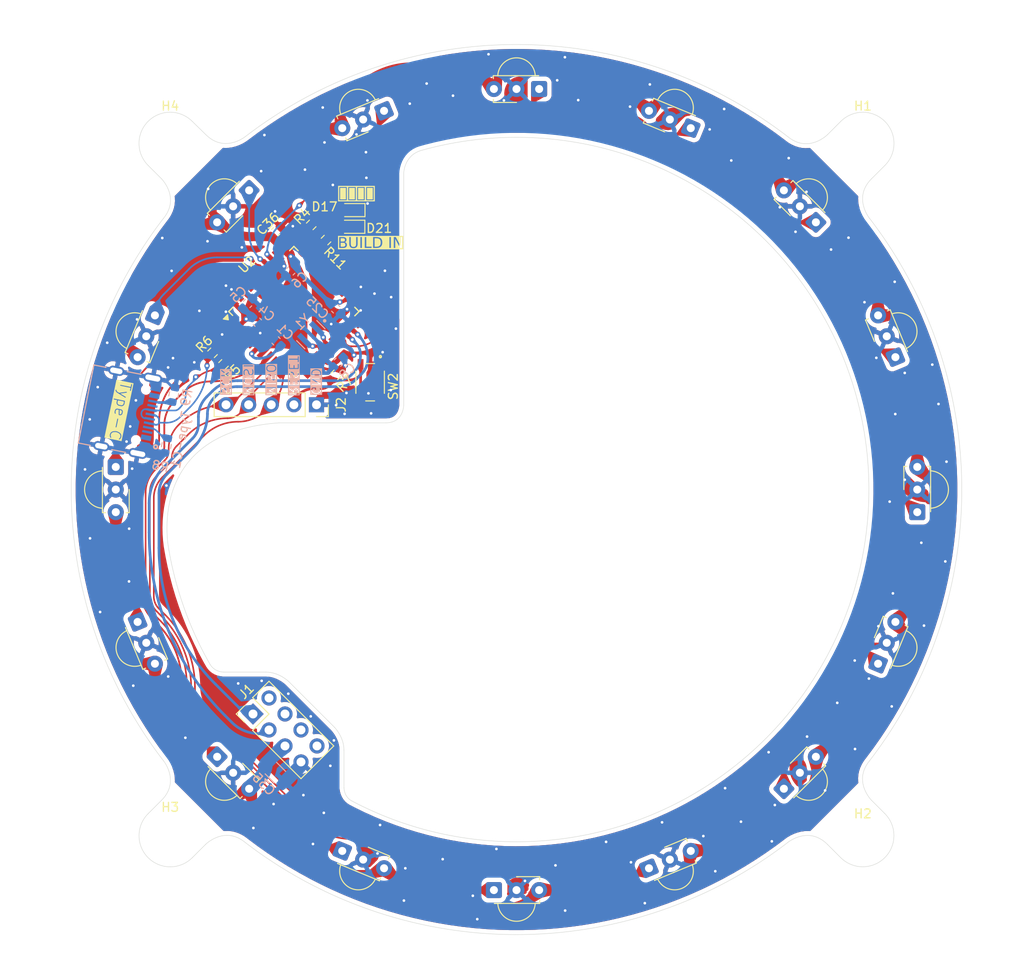
<source format=kicad_pcb>
(kicad_pcb (version 20241229) (generator "pcbnew") (generator_version "9.0")
  (layers (0 "F.Cu" signal) (2 "B.Cu" signal) (13 "F.Paste" user) (15 "B.Paste" user) (5 "F.SilkS" user "F.Silkscreen") (7 "B.SilkS" user "B.Silkscreen") (1 "F.Mask" user) (3 "B.Mask" user) (25 "Edge.Cuts" user))
  (net 0 "")
  (net 1 "Ball1")
  (net 2 "GND")
  (net 3 "+5V")
  (net 4 "Ball2")
  (net 5 "Ball3")
  (net 6 "Ball4")
  (net 7 "Ball5")
  (net 8 "Ball6")
  (net 9 "Ball7")
  (net 10 "Ball8")
  (net 11 "Ball9")
  (net 12 "Ball10")
  (net 13 "Ball11")
  (net 14 "Ball12")
  (net 15 "Ball13")
  (net 16 "Ball14")
  (net 17 "Ball15")
  (net 18 "Ball16")
  (net 19 "Net-(U2-UCAP)")
  (net 20 "Net-(D17-A)")
  (net 21 "Net-(D21-A)")
  (net 22 "TX_Ball")
  (net 23 "RX_Ball")
  (net 25 "SPI_RESET")
  (net 26 "Net-(U2-PC7)")
  (net 27 "D+_Ballusb1")
  (net 28 "D+_Ballusb2")
  (net 29 "D-_Ballusb2")
  (net 30 "D-_Ballusb1")
  (net 31 "Net-(Type-C1-CC1)")
  (net 32 "Net-(Type-C1-CC2)")
  (net 37 "XTAL2")
  (net 41 "XTAL1")
  (footprint "Connector_PinSocket_2.54mm:PinSocket_1x05_P2.54mm_Vertical" (layer "F.Cu") (at 127.54 90.475231 -90)
    (property "Reference" "J2")
    (property "Value" "Conn_01x05_Pin")
  )
  (footprint "LED_SMD:LED_0603_1608Metric" (layer "F.Cu") (at 131.501 68.604 180)
    (property "Reference" "D17")
    (property "Value" "LED")
  )
  (footprint "Connector_PinHeader_2.54mm:PinHeader_2x04_P2.54mm_Vertical" (layer "F.Cu") (at 120.411433 125.214556 45)
    (property "Reference" "J1")
    (property "Value" "Conn_02x04_Odd_Even")
  )
  (footprint "Resistor_SMD:R_0603_1608Metric" (layer "F.Cu") (at 129.717 87.11 -135)
    (property "Reference" "R7")
    (property "Value" "10kΩ")
  )
  (footprint "BALLSensor:TSSP4038" (layer "F.Cu") (at 109.397437 80.432592 -112.5)
    (property "Reference" "A8" (hide yes))
    (property "Value" "TSSP4038" (hide yes))
  )
  (footprint "BALLSensor:TSSP4038" (layer "F.Cu") (at 152.54 55 180)
    (property "Reference" "A5" (hide yes))
    (property "Value" "TSSP4038" (hide yes))
  )
  (footprint "Button:Reset switch" (layer "F.Cu") (at 133.563 87.942 -90)
    (property "Reference" "SW2")
    (property "Value" "SW_MEC_5G")
  )
  (footprint "BALLSensor:TSSP4038" (layer "F.Cu") (at 116.384144 130.023754 -45)
    (property "Reference" "A11" (hide yes))
    (property "Value" "TSSP4038" (hide yes))
  )
  (footprint "BALLSensor:TSSP4038" (layer "F.Cu") (at 195 102.54 90)
    (property "Reference" "A1" (hide yes))
    (property "Value" "TSSP4038" (hide yes))
  )
  (footprint "Resistor_SMD:R_0603_1608Metric" (layer "F.Cu") (at 128.611 71.972 45)
    (property "Reference" "R4")
    (property "Value" "100")
  )
  (footprint "BALLSensor:TSSP4038" (layer "F.Cu") (at 183.615856 69.976246 135)
    (property "Reference" "A3" (hide yes))
    (property "Value" "TSSP4038" (hide yes))
  )
  (footprint "BALLSensor:TSSP4038" (layer "F.Cu") (at 105 97.46 -90)
    (property "Reference" "A9" (hide yes))
    (property "Value" "TSSP4038" (hide yes))
  )
  (footprint "MountingHole:MountingHole_3.2mm_M3" (layer "F.Cu") (at 188.890873 61.109127)
    (property "Reference" "H1")
    (property "Value" "MountingHole_3.2mm_M3")
  )
  (footprint "Package_QFP:TQFP-44_10x10mm_P0.8mm" (layer "F.Cu") (at 125 80 45)
    (property "Reference" "U2")
    (property "Value" "ATmega32U4-A")
  )
  (footprint "BALLSensor:TSSP4038" (layer "F.Cu") (at 135.1259 57.453405 -157.5)
    (property "Reference" "A6" (hide yes))
    (property "Value" "TSSP4038" (hide yes))
  )
  (footprint "BALLSensor:TSSP4038" (layer "F.Cu") (at 192.546595 85.1259 112.5)
    (property "Reference" "A2" (hide yes))
    (property "Value" "TSSP4038" (hide yes))
  )
  (footprint "Resistor_SMD:R_0603_1608Metric" (layer "F.Cu") (at 115.865 84.637 -135)
    (property "Reference" "R6")
    (property "Value" "22Ω")
  )
  (footprint "LED_SMD:LED_0603_1608Metric" (layer "F.Cu") (at 131.481 70.477 180)
    (property "Reference" "D21")
    (property "Value" "LED")
  )
  (footprint "Capacitor_SMD:C_0603_1608Metric" (layer "F.Cu") (at 122.952 71.04 45)
    (property "Reference" "C36")
    (property "Value" "47uF")
  )
  (footprint "MountingHole:MountingHole_3.2mm_M3" (layer "F.Cu") (at 188.890873 138.890873)
    (property "Reference" "H2")
    (property "Value" "MountingHole_3.2mm_M3")
  )
  (footprint "BALLSensor:TSSP4038" (layer "F.Cu") (at 130.432592 140.602563 -22.5)
    (property "Reference" "A12" (hide yes))
    (property "Value" "TSSP4038" (hide yes))
  )
  (footprint "BALLSensor:TSSP4038" (layer "F.Cu") (at 164.8741 142.546595 22.5)
    (property "Reference" "A14" (hide yes))
    (property "Value" "TSSP4038" (hide yes))
  )
  (footprint "Resistor_SMD:R_0603_1608Metric" (layer "F.Cu") (at 126.948 70.267 45)
    (property "Reference" "R11")
    (property "Value" "150Ω")
  )
  (footprint "BALLSensor:TSSP4038" (layer "F.Cu") (at 119.976246 66.384144 -135)
    (property "Reference" "A7" (hide yes))
    (property "Value" "TSSP4038" (hide yes))
  )
  (footprint "MountingHole:MountingHole_3.2mm_M3" (layer "F.Cu") (at 111.109127 138.890873)
    (property "Reference" "H3")
    (property "Value" "MountingHole_3.2mm_M3")
  )
  (footprint "BALLSensor:TSSP4038" (layer "F.Cu") (at 190.602563 119.567408 67.5)
    (property "Reference" "A16" (hide yes))
    (property "Value" "TSSP4038" (hide yes))
  )
  (footprint "BALLSensor:TSSP4038" (layer "F.Cu") (at 107.453405 114.8741 -67.5)
    (property "Reference" "A10" (hide yes))
    (property "Value" "TSSP4038" (hide yes))
  )
  (footprint "BALLSensor:TSSP4038" (layer "F.Cu") (at 147.46 145)
    (property "Reference" "A13" (hide yes))
    (property "Value" "TSSP4038" (hide yes))
  )
  (footprint "Resistor_SMD:R_0603_1608Metric" (layer "F.Cu") (at 117.099 85.938 -135)
    (property "Reference" "R5")
    (property "Value" "22Ω")
  )
  (footprint "MountingHole:MountingHole_3.2mm_M3" (layer "F.Cu") (at 111.109127 61.109127)
    (property "Reference" "H4")
    (property "Value" "MountingHole_3.2mm_M3")
  )
  (footprint "BALLSensor:TSSP4038" (layer "F.Cu") (at 180.023754 133.615856 45)
    (property "Reference" "A15" (hide yes))
    (property "Value" "TSSP4038" (hide yes))
  )
  (footprint "BALLSensor:TSSP4038" (layer "F.Cu") (at 169.567408 59.397437 157.5)
    (property "Reference" "A4" (hide yes))
    (property "Value" "TSSP4038" (hide yes))
  )
  (footprint "16MHz crystal:OSC_CSTCE16M0V53-R0" (layer "B.Cu") (at 126.9 82.6 -135)
    (property "Reference" "Y1")
    (property "Value" "CSTCE16M0V53-R0")
  )
  (footprint "Capacitor_SMD:C_0603_1608Metric" (layer "B.Cu") (at 124.649 75.437 45)
    (property "Reference" "C6")
    (property "Value" "0.1uF")
  )
  (footprint "Capacitor_SMD:C_0603_1608Metric" (layer "B.Cu") (at 129.7 79.7 -45)
    (property "Reference" "C25")
    (property "Value" "0.1uF")
  )
  (footprint "Type-C:NELTRON_5077CR-16SMC2-BK-TR" (layer "B.Cu") (at 107.826233 91.611116 78.75)
    (property "Reference" "Type-C1")
    (property "Value" "5077CR-16SMC2-BK-TR")
  )
  (footprint "Resistor_SMD:R_0603_1608Metric" (layer "B.Cu") (at 110.681 95.058 78.75)
    (property "Reference" "R8")
    (property "Value" "5.1kΩ")
  )
  (footprint "Capacitor_SMD:C_0603_1608Metric" (layer "B.Cu") (at 120.9 81.2 135)
    (property "Reference" "C4")
    (property "Value" "0.1uF")
  )
  (footprint "Capacitor_SMD:C_0603_1608Metric" (layer "B.Cu") (at 130 85.7 45)
    (property "Reference" "C8")
    (property "Value" "4.7uF")
  )
  (footprint "Capacitor_SMD:C_0603_1608Metric" (layer "B.Cu") (at 123 83.3 135)
    (property "Reference" "C1")
    (property "Value" "1uF")
  )
  (footprint "Capacitor_SMD:C_0603_1608Metric" (layer "B.Cu") (at 119.8 79.1 -135)
    (property "Reference" "C5")
    (property "Value" "0.1uF")
  )
  (footprint "Capacitor_SMD:C_1206_3216Metric" (layer "B.Cu") (at 122.92 131.8 -45)
    (property "Reference" "C35")
    (property "Value" "100uF")
  )
  (footprint "Resistor_SMD:R_0603_1608Metric" (layer "B.Cu") (at 111.508 89.354 78.75)
    (property "Reference" "R9")
    (property "Value" "5.1kΩ")
  )
  (gr_poly (pts (xy 124.245 73.666) (xy 124.649 75.437) (xy 124.945 74.17)) (stroke (width 0.2)) (fill yes) (layer "F.Cu") (net 3))
  (gr_poly (pts (xy 118.935 79.742) (xy 119.636 79.407) (xy 119.978 78.536) (xy 121.589 79.547) (xy 120.679 80.645) (xy 119.504 80.66)) (stroke (width 0.2)) (fill yes) (layer "F.Cu") (net 3))
  (gr_poly (pts (xy 125.088 74.489) (xy 126.226 76.643) (xy 126.367 84.487) (xy 123.915 83.86) (xy 122.446 83.922) (xy 122.467 82.484) (xy 121.706 81.361) (xy 120.749 80.761) (xy 122.961 78.492) (xy 124.484 76.374)) (stroke (width 0.2)) (fill yes) (layer "F.Cu") (net 3))
  (gr_poly (pts (xy 126.205 82.05) (xy 125.42 81.844) (xy 126.191 81.106) (xy 126.366 81.925)) (stroke (width 0.2)) (fill yes) (layer "B.Cu") (net 2))
  (gr_poly (pts (xy 108.831 87.746) (xy 109.04 88.517) (xy 110.007 88.543) (xy 110.091 87.627)) (stroke (width 0.2)) (fill yes) (layer "B.Cu") (net 2))
  (gr_poly (pts (xy 108.415 96.063) (xy 108.659 95.327) (xy 107.735 95.108) (xy 107.04 95.507)) (stroke (width 0.2)) (fill yes) (layer "B.Cu") (net 2))
  (gr_poly (pts (xy 127.641 83.204) (xy 128.47 83.761) (xy 127.935 84.202) (xy 127.499 83.346)) (stroke (width 0.2)) (fill yes) (layer "B.Cu") (net 2))
  (gr_poly (pts (xy 121.024 82.452) (xy 120.987 81.757) (xy 121.19 82.085) (xy 121.182843 82.258)) (stroke (width 0.2)) (fill yes) (layer "B.Cu") (net 2))
  (gr_poly (pts (xy 122.373 83.957) (xy 123.529 82.596) (xy 122.948 81.424) (xy 121.919 80.67) (xy 121.506 80.683812) (xy 120.332 81.824) (xy 120.642 83.462)) (stroke (width 0.2)) (fill yes) (layer "B.Cu") (net 2))
  (gr_poly (pts (xy 124.445 73.845) (xy 124.738 74.896) (xy 125.059 74.4)) (stroke (width 0.2)) (fill yes) (layer "B.Cu") (net 3))
  (gr_curve (pts (xy 110.359054 69.530208) (xy 112.256656 67.204205) (xy 110.134857 65.08498) (xy 110.134857 65.08498)) (stroke (width 0.05)) (layer "Edge.Cuts"))
  (gr_curve (pts (xy 180.469997 60.359398) (xy 182.796 62.257) (xy 184.915225 60.135201) (xy 184.915225 60.135201)) (stroke (width 0.05)) (layer "Edge.Cuts"))
  (gr_line (start 186.416 141.365747) (end 184.91532 139.865066) (stroke (width 0.05)) (layer "Edge.Cuts"))
  (gr_line (start 186.416085 58.634341) (end 184.915225 60.135201) (stroke (width 0.05)) (layer "Edge.Cuts"))
  (gr_line (start 191.365747 136.416) (end 189.866067 134.91632) (stroke (width 0.05)) (layer "Edge.Cuts"))
  (gr_curve (pts (xy 115.10618 60.118173) (xy 117.227499 62.239493) (xy 119.552001 60.343) (xy 119.552001 60.343)) (stroke (width 0.05)) (layer "Edge.Cuts"))
  (gr_line (start 135.335008 92.505) (end 123.335008 92.505) (stroke (width 0.05)) (layer "Edge.Cuts"))
  (gr_arc (start 180.474388 139.640238) (mid 150.002709 150.000368) (end 119.529908 139.643541) (stroke (width 0.05)) (layer "Edge.Cuts"))
  (gr_arc (start 186.416085 58.634339) (mid 191.365661 58.634339) (end 191.365661 63.583915) (stroke (width 0.05)) (layer "Edge.Cuts"))
  (gr_arc (start 139.247 61.918) (mid 189.350755 104.169388) (end 131.505428 134.983089) (stroke (width 0.05)) (layer "Edge.Cuts"))
  (gr_arc (start 119.552 60.343) (mid 150.015321 50.002419) (end 180.472299 60.361669) (stroke (width 0.05)) (layer "Edge.Cuts"))
  (gr_arc (start 113.58391 141.365656) (mid 108.634344 141.365656) (end 108.634344 136.41609) (stroke (width 0.05)) (layer "Edge.Cuts"))
  (gr_line (start 124.422469 121.572148) (end 129.562969 126.712648) (stroke (width 0.05)) (layer "Edge.Cuts"))
  (gr_line (start 130.623556 133.508411) (end 130.623629 129.273308) (stroke (width 0.05)) (layer "Edge.Cuts"))
  (gr_arc (start 115.595 119.652807) (mid 112.73111 113.452385) (end 110.974579 106.852256) (stroke (width 0.05)) (layer "Edge.Cuts"))
  (gr_curve (pts (xy 139.247 61.918) (xy 137.338252 62.505) (xy 137.335007 64.505002) (xy 137.335007 64.505002)) (stroke (width 0.05)) (layer "Edge.Cuts"))
  (gr_arc (start 189.641971 69.52904) (mid 199.999653 100.000083) (end 189.64187 130.471092) (stroke (width 0.05)) (layer "Edge.Cuts"))
  (gr_curve (pts (xy 189.64187 130.471092) (xy 187.744268 132.797095) (xy 189.866067 134.91632) (xy 189.866067 134.91632)) (stroke (width 0.05)) (layer "Edge.Cuts"))
  (gr_curve (pts (xy 110.135115 134.91532) (xy 112.256435 132.794001) (xy 110.359942 130.469499) (xy 110.359942 130.469499)) (stroke (width 0.05)) (layer "Edge.Cuts"))
  (gr_curve (pts (xy 115.595 119.648) (xy 116.099916 120.511489) (xy 117.099915 120.511487) (xy 117.099915 120.511487)) (stroke (width 0.05)) (layer "Edge.Cuts"))
  (gr_line (start 121.861809 120.511488) (end 117.099915 120.511488) (stroke (width 0.05)) (layer "Edge.Cuts"))
  (gr_curve (pts (xy 131.503 134.987683) (xy 130.623556 134.508411) (xy 130.623556 133.508411) (xy 130.623556 133.508411)) (stroke (width 0.05)) (layer "Edge.Cuts"))
  (gr_line (start 113.58391 141.365656) (end 115.08468 139.864886) (stroke (width 0.05)) (layer "Edge.Cuts"))
  (gr_line (start 191.365661 63.583915) (end 189.864896 65.08468) (stroke (width 0.05)) (layer "Edge.Cuts"))
  (gr_curve (pts (xy 189.864896 65.084681) (xy 187.743576 67.206) (xy 189.640069 69.530502) (xy 189.640069 69.530502)) (stroke (width 0.05)) (layer "Edge.Cuts"))
  (gr_line (start 137.335008 64.505002) (end 137.335008 90.505) (stroke (width 0.05)) (layer "Edge.Cuts"))
  (gr_curve (pts (xy 184.91532 139.865066) (xy 182.794001 137.743746) (xy 180.469499 139.640239) (xy 180.469499 139.640239)) (stroke (width 0.05)) (layer "Edge.Cuts"))
  (gr_arc (start 191.365747 136.415999) (mid 191.365747 141.365747) (end 186.415999 141.365747) (stroke (width 0.05)) (layer "Edge.Cuts"))
  (gr_line (start 110.134857 65.08498) (end 108.63404 63.584214) (stroke (width 0.05)) (layer "Edge.Cuts"))
  (gr_curve (pts (xy 130.623629 129.273308) (xy 130.623629 127.773308) (xy 129.562969 126.712648) (xy 129.562969 126.712648)) (stroke (width 0.05)) (layer "Edge.Cuts"))
  (gr_line (start 113.584214 58.634041) (end 115.10618 60.118173) (stroke (width 0.05)) (layer "Edge.Cuts"))
  (gr_curve (pts (xy 135.335008 92.505) (xy 137.335008 92.505) (xy 137.335008 90.505) (xy 137.335008 90.505)) (stroke (width 0.05)) (layer "Edge.Cuts"))
  (gr_curve (pts (xy 119.529908 139.640689) (xy 117.203905 137.743087) (xy 115.08468 139.864886) (xy 115.08468 139.864886)) (stroke (width 0.05)) (layer "Edge.Cuts"))
  (gr_line (start 110.135115 134.91532) (end 108.634345 136.41609) (stroke (width 0.05)) (layer "Edge.Cuts"))
  (gr_curve (pts (xy 123.335008 92.505) (xy 108.032 93.577) (xy 110.974579 106.852256) (xy 110.974579 106.852256)) (stroke (width 0.05)) (layer "Edge.Cuts"))
  (gr_curve (pts (xy 121.861809 120.511488) (xy 123.361809 120.511488) (xy 124.422469 121.572148) (xy 124.422469 121.572148)) (stroke (width 0.05)) (layer "Edge.Cuts"))
  (gr_arc (start 110.359942 130.474398) (mid 99.999769 100.002905) (end 110.356402 69.530208) (stroke (width 0.05)) (layer "Edge.Cuts"))
  (gr_arc (start 108.63404 63.584214) (mid 108.63404 58.63404) (end 113.584214 58.63404) (stroke (width 0.05)) (layer "Edge.Cuts"))
  (gr_text "通電確認" (at 130.014 67.398 0) (layer "F.SilkS" knockout) (effects (font (size 1.2 1.2) (thickness 0.1) (bold yes)) (justify left bottom)))
  (gr_text "Type-C" (at 105.498 87.747 258.25) (layer "F.SilkS" knockout) (effects (font (size 1.2 1.2) (thickness 0.1)) (justify left bottom)))
  (gr_text "BUILD IN" (at 129.923 73.06 0) (layer "F.SilkS" knockout) (effects (font (size 1.2 1.2) (thickness 0.1)) (justify left bottom)))
  (gr_text "MOSI" (at 119.272 89.552 270) (layer "B.SilkS" knockout) (effects (font (size 1 1) (thickness 0.1)) (justify left bottom mirror)))
  (gr_text "SCK" (at 116.747 89.45 270) (layer "B.SilkS" knockout) (effects (font (size 1 1) (thickness 0.1)) (justify left bottom mirror)))
  (gr_text "MISO" (at 121.83 89.54 270) (layer "B.SilkS" knockout) (effects (font (size 1 1) (thickness 0.1)) (justify left bottom mirror)))
  (gr_text "GND" (at 126.88 89.462 270) (layer "B.SilkS" knockout) (effects (font (size 1 1) (thickness 0.1)) (justify left bottom mirror)))
  (gr_text "RESET" (at 124.366 89.563 270) (layer "B.SilkS" knockout) (effects (font (size 1 1) (thickness 0.1)) (justify left bottom mirror)))
  (segment (start 182.211876 74.141876) (end 176.59 68.52) (width 0.2) (layer "F.Cu") (net 1))
  (segment (start 132.560172 76.3) (end 131.85 76.3) (width 0.2) (layer "F.Cu") (net 1))
  (segment (start 153.654971 59.02) (end 141.610559 59.02) (width 0.2) (layer "F.Cu") (net 1))
  (segment (start 135.81 62.64267) (end 135.81 70.433877) (width 0.2) (layer "F.Cu") (net 1))
  (segment (start 195 102.54) (end 193.249812 100.789812) (width 0.2) (layer "F.Cu") (net 1))
  (segment (start 130.335356 76.927386) (end 130.16188 77.100862) (width 0.2) (layer "F.Cu") (net 1))
  (arc (start 133.55 75.89) (mid 133.095863 76.193445) (end 132.560172 76.3) (width 0.2) (layer "F.Cu") (net 1))
  (arc (start 141.610559 59.02) (mid 138.801449 59.578767) (end 136.42 61.17) (width 0.2) (layer "F.Cu") (net 1))
  (arc (start 176.59 68.52) (mid 166.067319 61.48897) (end 153.654971 59.02) (width 0.2) (layer "F.Cu") (net 1))
  (arc (start 135.81 70.433877) (mid 135.222645 73.38671) (end 133.55 75.89) (width 0.2) (layer "F.Cu") (net 1))
  (arc (start 193.249812 100.789812) (mid 191.569905 98.275653) (end 190.98 95.31) (width 0.2) (layer "F.Cu") (net 1))
  (arc (start 131.85 76.3) (mid 131.030281 76.463052) (end 130.335356 76.927386) (width 0.2) (layer "F.Cu") (net 1))
  (arc (start 136.42 61.17) (mid 135.968534 61.845666) (end 135.81 62.64267) (width 0.2) (layer "F.Cu") (net 1))
  (arc (start 190.98 95.31) (mid 188.701239 83.853894) (end 182.211876 74.141876) (width 0.2) (layer "F.Cu") (net 1))
  (segment (start 190.846863 117.45) (end 190.19 117.45) (width 0.5) (layer "F.Cu") (net 2))
  (segment (start 151.033381 144.739381) (end 150.814 144.52) (width 0.5) (layer "F.Cu") (net 2))
  (segment (start 149.197 145.417) (end 150.289834 144.324166) (width 0.5) (layer "F.Cu") (net 2))
  (segment (start 196.018 101.17) (end 196.242 101.394) (width 0.5) (layer "F.Cu") (net 2))
  (segment (start 150.317491 54.233509) (end 150.373 54.178) (width 0.5) (layer "F.Cu") (net 2))
  (segment (start 128.850492 85.863) (end 129.461 85.863) (width 0.3) (layer "F.Cu") (net 2))
  (segment (start 193.603 100.08) (end 193.756084 100.233084) (width 0.5) (layer "F.Cu") (net 2))
  (segment (start 133.454 142.176) (end 133.840222 141.789778) (width 0.5) (layer "F.Cu") (net 2))
  (segment (start 151.085 144.623238) (end 151.085 144.864) (width 0.5) (layer "F.Cu") (net 2))
  (segment (start 150.522 144.228) (end 150.629287 144.228) (width 0.5) (layer "F.Cu") (net 2))
  (segment (start 150 145) (end 150.443128 145) (width 0.5) (layer "F.Cu") (net 2))
  (segment (start 191.574579 117.220754) (end 191.400312 117.220754) (width 0.5) (layer "F.Cu") (net 2))
  (segment (start 194.842315 99.619315) (end 193.999 98.776) (width 0.5) (layer "F.Cu") (net 2))
  (segment (start 149.228 144.301) (end 149.228 145.342159) (width 0.5) (layer "F.Cu") (net 2))
  (segment (start 181.7696 131.698601) (end 180.912 130.841) (width 0.5) (layer "F.Cu") (net 2))
  (segment (start 149.552939 55.837939) (end 149.15 55.435) (width 0.5) (layer "F.Cu") (net 2))
  (segment (start 133.127778 140.598778) (end 133.109 140.591) (width 0.5) (layer "F.Cu") (net 2))
  (segment (start 167.350985 58.111014) (end 167.75 57.712) (width 0.5) (layer "F.Cu") (net 2))
  (segment (start 128.072823 85.233822) (end 128.597 85.758) (width 0.3) (layer "F.Cu") (net 2))
  (segment (start 193.919402 99.552401) (end 193.738 99.371) (width 0.5) (layer "F.Cu") (net 2))
  (segment (start 133.85 140.862) (end 133.28269 140.29469) (width 0.5) (layer "F.Cu") (net 2))
  (segment (start 165.9 58.516681) (end 165.9 58.911) (width 0.5) (layer "F.Cu") (net 2))
  (segment (start 181.998786 132.936215) (end 182.341 132.594) (width 0.5) (layer "F.Cu") (net 2))
  (segment (start 150.996 55.861) (end 150.996 54.119149) (width 0.5) (layer "F.Cu") (net 2))
  (segment (start 149.55523 56.07377) (end 149.255 56.374) (width 0.5) (layer "F.Cu") (net 2))
  (segment (start 182.341 132.594) (end 182.341 131.397886) (width 0.5) (layer "F.Cu") (net 2))
  (segment (start 150.403691 56.016) (end 150.621797 56.016) (width 0.5) (layer "F.Cu") (net 2))
  (segment (start 120.923 82.982) (end 121.031617 82.873383) (width 0.3) (layer "F.Cu") (net 2))
  (segment (start 131.829841 78.868158) (end 130.966 79.732) (width 0.3) (layer "F.Cu") (net 2))
  (segment (start 149.228 144.301) (end 149.471445 144.057555) (width 0.5) (layer "F.Cu") (net 2))
  (segment (start 149.917 143.873) (end 150.722064 143.873) (width 0.5) (layer "F.Cu") (net 2))
  (segment (start 181.819805 131.819805) (end 181.819805 131.615653) (width 0.5) (layer "F.Cu") (net 2))
  (segment (start 195 100) (end 193.796137 100) (width 0.5) (layer "F.Cu") (net 2))
  (segment (start 181.511506 131.075507) (end 181.152 130.716) (width 0.5) (layer "F.Cu") (net 2))
  (segment (start 133.141 140.236) (end 132.717794 140.236) (width 0.5) (layer "F.Cu") (net 2))
  (segment (start 133.109 140.591) (end 133.195748 140.591) (width 0.5) (layer "F.Cu") (net 2))
  (segment (start 166.51026 57.818741) (end 165.962 58.367) (width 0.5) (layer "F.Cu") (net 2))
  (segment (start 180.912 130.841) (end 180.912 131.321624) (width 0.5) (layer "F.Cu") (net 2))
  (segment (start 127.617945 90.287055) (end 128.267 89.638) (width 0.5) (layer "F.Cu") (net 2))
  (segment (start 196.018 101.17) (end 196.018 100.457421) (width 0.5) (layer "F.Cu") (net 2))
  (segment (start 149.255 56.374) (end 149.91602 56.374) (width 0.5) (layer "F.Cu") (net 2))
  (segment (start 128.457723 89.559) (end 129.135 89.559) (width 0.5) (layer "F.Cu") (net 2))
  (segment (start 166.98881 59.362) (end 167.065 59.362) (width 0.5) (layer "F.Cu") (net 2))
  (segment (start 195 100) (end 194.271891 100) (width 0.5) (layer "F.Cu") (net 2))
  (segment (start 131.661452 84.882) (end 131.737 84.882) (width 0.3) (layer "F.Cu") (net 2))
  (segment (start 118.70675 78.232233) (end 118.702873 78.222873) (width 0.5) (layer "F.Cu") (net 2))
  (segment (start 123.879 74.533149) (end 123.879 74.908) (width 0.3) (layer "F.Cu") (net 2))
  (segment (start 120.465895 83.439105) (end 120.923 82.982) (width 0.3) (layer "F.Cu") (net 2))
  (segment (start 150.048 54.962619) (end 150.048 56.043) (width 0.5) (layer "F.Cu") (net 2))
  (segment (start 148.882 55.475864) (end 148.882 55.783) (width 0.5) (layer "F.Cu") (net 2))
  (segment (start 167.077059 58.484942) (end 166.557 59.005) (width 0.5) (layer "F.Cu") (net 2))
  (segment (start 133.803612 141.274612) (end 133.127778 140.598778) (width 0.5) (layer "F.Cu") (net 2))
  (segment (start 150 145) (end 149.352619 144.352619) (width 0.5) (layer "F.Cu") (net 2))
  (segment (start 167.220754 58.425421) (end 166.61963 58.425421) (width 0.5) (layer "F.Cu") (net 2))
  (segment (start 195.767056 101.066055) (end 195.501 100.8) (width 0.5) (layer "F.Cu") (net 2))
  (segment (start 133.840222 141.789778) (end 134.134064 141.495936) (width 0.5) (layer "F.Cu") (net 2))
  (segment (start 133.840222 141.789778) (end 133.840223 141.789776) (width 0.5) (layer "F.Cu") (net 2))
  (segment (start 129.937283 85.665717) (end 130.056 85.547) (width 0.3) (layer "F.Cu") (net 2))
  (segment (start 168.031807 57.357) (end 167.625 57.357) (width 0.5) (layer "F.Cu") (net 2))
  (segment (start 127.54 90.475231) (end 127.54 90.303377) (width 0.5) (layer "F.Cu") (net 2))
  (segment (start 132.779246 140.957946) (end 132.779246 141.574579) (width 0.5) (layer "F.Cu") (net 2))
  (segment (start 150.887 53.856) (end 150.39297 53.856) (width 0.5) (layer "F.Cu") (net 2))
  (segment (start 118.702873 78.222873) (end 117.993 77.513) (width 0.5) (layer "F.Cu") (net 2))
  (segment (start 167.462756 59.197244) (end 168.580095 58.079905) (width 0.5) (layer "F.Cu") (net 2))
  (segment (start 128.489696 89.266) (end 129.214 89.266) (width 0.5) (layer "F.Cu") (net 2))
  (segment (start 168.500786 57.895215) (end 168.744 57.652) (width 0.5) (layer "F.Cu") (net 2))
  (segment (start 123.250252 73.750252) (end 123.77 74.27) (width 0.3) (layer "F.Cu") (net 2))
  (segment (start 133.803612 141.274612) (end 133.803612 141.701389) (width 0.5) (layer "F.Cu") (net 2))
  (segment (start 167.75 57.712) (end 168.177858 57.712) (width 0.5) (layer "F.Cu") (net 2))
  (via (at 106.21 94.61) (size 0.6) (drill 0.3) (layers "F.Cu" "B.Cu") (net 2))
  (via (at 133.67 91.44) (size 0.6) (drill 0.3) (layers "F.Cu" "B.Cu") (net 2))
  (via (at 102.111 105.481) (size 0.6) (drill 0.3) (layers "F.Cu" "B.Cu") (net 2))
  (via (at 185.318 73.036) (size 0.6) (drill 0.3) (layers "F.Cu" "B.Cu") (net 2))
  (via (at 195.756 115.287) (size 0.6) (drill 0.3) (layers "F.Cu" "B.Cu") (net 2))
  (via (at 133.142 64.98) (size 0.6) (drill 0.3) (layers "F.Cu" "B.Cu") (net 2))
  (via (at 126.069 134.329) (size 0.6) (drill 0.3) (layers "F.Cu" "B.Cu") (net 2))
  (via (at 155.433 51.428) (size 0.6) (drill 0.3) (layers "F.Cu" "B.Cu") (net 2))
  (via (at 117.993 77.513) (size 0.6) (drill 0.3) (layers "F.Cu" "B.Cu") (net 2))
  (via (at 146.856 51.096) (size 0.6) (drill 0.3) (layers "F.Cu" "B.Cu") (net 2))
  (via (at 126.895 125.48) (size 0.6) (drill 0.3) (layers "F.Cu" "B.Cu") (net 2))
  (via (at 129.736 90.522) (size 0.6) (drill 0.3) (layers "F.Cu" "B.Cu") (net 2))
  (via (at 129.496 128.184) (size 0.6) (drill 0.3) (layers "F.Cu" "B.Cu") (net 2))
  (via (at 119.158 72.792) (size 0.6) (drill 0.3) (layers "F.Cu" "B.Cu") (net 2))
  (via (at 145.593 148.264) (size 0.6) (drill 0.3) (layers "F.Cu" "B.Cu") (net 2))
  (via (at 132.521 77.236) (size 0.6) (drill 0.3) (layers "F.Cu" "B.Cu") (net 2))
  (via (at 196.687 85.967) (size 0.6) (drill 0.3) (layers "F.Cu" "B.Cu") (net 2))
  (via (at 162.851 141.875) (size 0.6) (drill 0.3) (layers "F.Cu" "B.Cu") (net 2))
  (via (at 126.245 64.06) (size 0.6) (drill 0.3) (layers "F.Cu" "B.Cu") (net 2))
  (via (at 195.457 105.979) (size 0.6) (drill 0.3) (layers "F.Cu" "B.Cu") (net 2))
  (via (at 131.737 84.882) (size 0.6) (drill 0.3) (layers "F.Cu" "B.Cu") (net 2))
  (via (at 147.743 140.379) (size 0.6) (drill 0.3) (layers "F.Cu" "B.Cu") (net 2))
  (via (at 107.26 89.98) (size 0.6) (drill 0.3) (layers "F.Cu" "B.Cu") (net 2))
  (via (at 122.722 135.333) (size 0.6) (drill 0.3) (layers "F.Cu" "B.Cu") (net 2))
  (via (at 121.325 64.226) (size 0.6) (drill 0.3) (layers "F.Cu" "B.Cu") (net 2))
  (via (at 189.074 78.953) (size 0.6) (drill 0.3) (layers "F.Cu" "B.Cu") (net 2))
  (via (at 192.266 111.664) (size 0.6) (drill 0.3) (layers "F.Cu" "B.Cu") (net 2))
  (via (at 164.408 146.469) (size 0.6) (drill 0.3) (layers "F.Cu" "B.Cu") (net 2))
  (via (at 111.426 85.236) (size 0.6) (drill 0.3) (layers "F.Cu" "B.Cu") (net 2))
  (via (at 166.342 137.388) (size 0.6) (drill 0.3) (layers "F.Cu" "B.Cu") (net 2))
  (via (at 154.568 54.021) (size 0.6) (drill 0.3) (layers "F.Cu" "B.Cu") (net 2))
  (via (at 192.532 91.519) (size 0.6) (drill 0.3) (layers "F.Cu" "B.Cu") (net 2))
  (via (at 133.26 56.281) (size 0.6) (drill 0.3) (layers "F.Cu" "B.Cu") (net 2))
  (via (at 127.143 139.821) (size 0.6) (drill 0.3) (layers "F.Cu" "B.Cu") (net 2))
  (via (at 133.093 62.099) (size 0.6) (drill 0.3) (layers "F.Cu" "B.Cu") (net 2))
  (via (at 191.9 101.359) (size 0.6) (drill 0.3) (layers "F.Cu" "B.Cu") (net 2))
  (via (at 103.241 113.758) (size 0.6) (drill 0.3) (layers "F.Cu" "B.Cu") (net 2))
  (via (at 110.222 71.739) (size 0.6) (drill 0.3) (layers "F.Cu" "B.Cu") (net 2))
  (via (at 190.637 115.354) (size 0.6) (drill 0.3) (layers "F.Cu" "B.Cu") (net 2))
  (via (at 133.371 89.192) (size 0.6) (drill 0.3) (layers "F.Cu" "B.Cu") (net 2))
  (via (at 106.487 110.323) (size 0.6) (drill 0.3) (layers "F.Cu" "B.Cu") (net 2))
  (via (at 111.269 75.43) (size 0.6) (drill 0.3) (layers "F.Cu" "B.Cu") (net 2))
  (via (at 128.24 57.079) (size 0.6) (drill 0.3) (layers "F.Cu" "B.Cu") (net 2))
  (via (at 135.882 88.823) (size 0.6) (drill 0.3) (layers "F.Cu" "B.Cu") (net 2))
  (via (at 102.975 88.494) (size 0.6) (drill 0.3) (layers "F.Cu" "B.Cu") (net 2))
  (via (at 179.007 135.443) (size 0.6) (drill 0.3) (layers "F.Cu" "B.Cu") (net 2))
  (via (at 112.815 127.886) (size 0.6) (drill 0.3) (layers "F.Cu" "B.Cu") (net 2))
  (via (at 182.625 127.753) (size 0.6) (drill 0.3) (layers "F.Cu" "B.Cu") (net 2))
  (via (at 187.977 119.21) (size 0.6) (drill 0.3) (layers "F.Cu" "B.Cu") (net 2))
  (via (at 134.678 137.687) (size 0.6) (drill 0.3) (layers "F.Cu" "B.Cu") (net 2))
  (via (at 178.309 129.509) (size 0.6) (drill 0.3) (layers "F.Cu" "B.Cu") (net 2))
  (via (at 171.688 59.539) (size 0.6) (drill 0.3) (layers "F.Cu" "B.Cu") (net 2))
  (via (at 190.404 85.203) (size 0.6) (drill 0.3) (layers "F.Cu" "B.Cu") (net 2))
  (via (at 117.374 77.094) (size 0.6) (drill 0.3) (layers "F.Cu" "B.Cu") (net 2))
  (via (at 134.39 140.884) (size 0.6) (drill 0.3) (layers "F.Cu" "B.Cu") (net 2))
  (via (at 130.966 79.732) (size 0.6) (drill 0.3) (layers "F.Cu" "B.Cu") (net 2))
  (via (at 101.546 97.735) (size 0.6) (drill 0.3) (layers "F.Cu" "B.Cu") (net 2))
  (via (at 162.746 56.98) (size 0.6) (drill 0.3) (layers "F.Cu" "B.Cu") (net 2))
  (via (at 180.564 62.764) (size 0.6) (drill 0.3) (layers "F.Cu" "B.Cu") (net 2))
  (via (at 137.515 142.547) (size 0.6) (drill 0.3) (layers "F.Cu" "B.Cu") (net 2))
  (via (at 198.15 108.074) (size 0.6) (drill 0.3) (layers "F.Cu" "B.Cu") (net 2))
  (via (at 182.559 66.553) (size 0.6) (drill 0.3) (layers "F.Cu" "B.Cu") (net 2))
  (via (at 116.942 82.579) (size 0.6) (drill 0.3) (layers "F.Cu" "B.Cu") (net 2))
  (via (at 178.669 139.521) (size 0.6) (drill 0.3) (layers "F.Cu" "B.Cu") (net 2))
  (via (at 110.69 99.55) (size 0.6) (drill 0.3) (layers "F.Cu" "B.Cu") (net 2))
  (via (at 150.949 143.967) (size 0.6) (drill 0.3) (layers "F.Cu" "B.Cu") (net 2))
  (via (at 129.094 131.038) (size 0.6) (drill 0.3) (layers "F.Cu" "B.Cu") (net 2))
  (via (at 106.838 97.652) (size 0.6) (drill 0.3) (layers "F.Cu" "B.Cu") (net 2))
  (via (at 173.317 57.245) (size 0.6) (drill 0.3) (layers "F.Cu" "B.Cu") (net 2))
  (via (at 128.362 136.323) (size 0.6) (drill 0.3) (layers "F.Cu" "B.Cu") (net 2))
  (via (at 141.709 141.526) (size 0.6) (drill 0.3) (layers "F.Cu" "B.Cu") (net 2))
  (via (at 104.039 83.507) (size 0.6) (drill 0.3) (layers "F.Cu" "B.Cu") (net 2))
  (via (at 113.817 85.704) (size 0.6) (drill 0.3) (layers "F.Cu" "B.Cu") (net 2))
  (via (at 145.094 145.638) (size 0.6) (drill 0.3) (layers "F.Cu" "B.Cu") (net 2))
  (via (at 192.133 124.363) (size 0.6) (drill 0.3) (layers "F.Cu" "B.Cu") (net 2))
  (via (at 117.366 80.022) (size 0.6) (drill 0.3) (layers "F.Cu" "B.Cu") (net 2))
  (via (at 136.458 81.923) (size 0.6) (drill 0.3) (layers "F.Cu" "B.Cu") (net 2))
  (via (at 173.423 133.548) (size 0.6) (drill 0.3) (layers "F.Cu" "B.Cu") (net 2))
  (via (at 110.887 121.005) (size 0.6) (drill 0.3) (layers "F.Cu" "B.Cu") (net 2))
  (via (at 193.595 86.898) (size 0.6) (drill 0.3) (layers "F.Cu" "B.Cu") (net 2))
  (via (at 128.439 61.002) (size 0.6) (drill 0.3) (layers "F.Cu" "B.Cu") (net 2))
  (via (at 134.966 84.568) (size 0.6) (drill 0.3) (layers "F.Cu" "B.Cu") (net 2))
  (via (at 121.691 60.171) (size 0.6) (drill 0.3) (layers "F.Cu" "B.Cu") (net 2))
  (via (at 193.595 98.899) (size 0.6) (drill 0.3) (layers "F.Cu" "B.Cu") (net 2))
  (via (at 106.62 92.91) (size 0.6) (drill 0.3) (layers "F.Cu" "B.Cu") (net 2))
  (via (at 175.204 137.315) (size 0.6) (drill 0.3) (layers "F.Cu" "B.Cu") (net 2))
  (via (at 132.499 79.873) (size 0.6) (drill 0.3) (layers "F.Cu" "B.Cu") (net 2))
  (via (at 184.653 133.804) (size 0.6) (drill 0.3) (layers "F.Cu" "B.Cu") (net 2))
  (via (at 192.465 76.659) (size 0.6) (drill 0.3) (layers "F.Cu" "B.Cu") (net 2))
  (via (at 155.46 147.302) (size 0.6) (drill 0.3) (layers "F.Cu" "B.Cu") (net 2))
  (via (at 115.375 66.221) (size 0.6) (drill 0.3) (layers "F.Cu" "B.Cu") (net 2))
  (via (at 188.011 129.15) (size 0.6) (drill 0.3) (layers "F.Cu" "B.Cu") (net 2))
  (via (at 121.381 121.49) (size 0.6) (drill 0.3) (layers "F.Cu" "B.Cu") (net 2))
  (via (at 132.03 60.104) (size 0.6) (drill 0.3) (layers "F.Cu" "B.Cu") (net 2))
  (via (at 114.39 79.922) (size 0.6) (drill 0.3) (layers "F.Cu" "B.Cu") (net 2))
  (via (at 118.747 121.784) (size 0.6) (drill 0.3) (layers "F.Cu" "B.Cu") (net 2))
  (via (at 172.32 142.879) (size 0.6) (drill 0.3) (layers "F.Cu" "B.Cu") (net 2))
  (via (at 142.867 55.75) (size 0.6) (drill 0.3) (layers "F.Cu" "B.Cu") (net 2))
  (via (at 134.051 77.989) (size 0.6) (drill 0.3) (layers "F.Cu" "B.Cu") (net 2))
  (via (at 130.903 89.148) (size 0.6) (drill 0.3) (layers "F.Cu" "B.Cu") (net 2))
  (via (at 187.279 71.706) (size 0.6) (drill 0.3) (layers "F.Cu" "B.Cu") (net 2))
  (via (at 135.923 78.381) (size 0.6) (drill 0.3) (layers "F.Cu" "B.Cu") (net 2))
  (via (at 124.882 70.41) (size 0.6) (drill 0.3) (layers "F.Cu" "B.Cu") (net 2))
  (via (at 137.357 146.178) (size 0.6) (drill 0.3) (layers "F.Cu" "B.Cu") (net 2))
  (via (at 181.329 71.041) (size 0.6) (drill 0.3) (layers "F.Cu" "B.Cu") (net 2))
  (via (at 129.374 65.778) (size 0.6) (drill 0.3) (layers "F.Cu" "B.Cu") (net 2))
  (via (at 135.225 75.419) (size 0.6) (drill 0.3) (layers "F.Cu" "B.Cu") (net 2))
  (via (at 106.502 104.399) (size 0.6) (drill 0.3) (layers "F.Cu" "B.Cu") (net 2))
  (via (at 139.908 54.387) (size 0.6) (drill 0.3) (layers "F.Cu" "B.Cu") (net 2))
  (via (at 110.877 86.283) (size 0.6) (drill 0.3) (layers "F.Cu" "B.Cu") (net 2))
  (via (at 123.879 74.908) (size 0.6) (drill 0.3) (layers "F.Cu" "B.Cu") (net 2))
  (via (at 138.013 56.647) (size 0.6) (drill 0.3) (layers "F.Cu" "B.Cu") (net 2))
  (via (at 122.888 68.747) (size 0.6) (drill 0.3) (layers "F.Cu" "B.Cu") (net 2))
  (via (at 179.567 68.282) (size 0.6) (drill 0.3) (layers "F.Cu" "B.Cu") (net 2))
  (via (at 124.374 122.939) (size 0.6) (drill 0.3) (layers "F.Cu" "B.Cu") (net 2))
  (via (at 130.696 91.497) (size 0.6) (drill 0.3) (layers "F.Cu" "B.Cu") (net 2))
  (via (at 164.973 54.486) (size 0.6) (drill 0.3) (layers "F.Cu" "B.Cu") (net 2))
  (via (at 148.585 56.281) (size 0.6) (drill 0.3) (layers "F.Cu" "B.Cu") (net 2))
  (via (at 120.453 138.025) (size 0.6) (drill 0.3) (layers "F.Cu" "B.Cu") (net 2))
  (via (at 189.573 121.238) (size 0.6) (drill 0.3) (layers "F.Cu" "B.Cu") (net 2))
  (via (at 107.39 80.881) (size 0.6) (drill 0.3) (layers "F.Cu" "B.Cu") (net 2))
  (via (at 170.979 138.933) (size 0.6) (drill 0.3) (layers "F.Cu" "B.Cu") (net 2))
  (via (at 129.193 81.41) (size 0.6) (drill 0.3) (layers "F.Cu" "B.Cu") (net 2))
  (via (at 106.965 122.036) (size 0.6) (drill 0.3) (layers "F.Cu" "B.Cu") (net 2))
  (via (at 115.302 72.105) (size 0.6) (drill 0.3) (layers "F.Cu" "B.Cu") (net 2))
  (via (at 102.078 92.117) (size 0.6) (drill 0.3) (layers "F.Cu" "B.Cu") (net 2))
  (via (at 197.385 90.389) (size 0.6) (drill 0.3) (layers "F.Cu" "B.Cu") (net 2))
  (via (at 186.016 123.964) (size 0.6) (drill 0.3) (layers "F.Cu" "B.Cu") (net 2))
  (via (at 198.283 96.871) (size 0.6) (drill 0.3) (layers "F.Cu" "B.Cu") (net 2))
  (via (at 154.375 142.224) (size 0.6) (drill 0.3) (layers "F.Cu" "B.Cu") (net 2))
  (via (at 156.928 56.248) (size 0.6) (drill 0.3) (layers "F.Cu" "B.Cu") (net 2))
  (via (at 174.115 63.03) (size 0.6) (drill 0.3) (layers "F.Cu" "B.Cu") (net 2))
  (via (at 160.059 139.582) (size 0.6) (drill 0.3) (layers "F.Cu" "B.Cu") (net 2))
  (via (at 133.272 67.863) (size 0.6) (drill 0.3) (layers "F.Cu" "B.Cu") (net 2))
  (via (at 121.219 82.421) (size 0.6) (drill 0.3) (layers "F.Cu" "B.Cu") (net 2))
  (arc (start 196.018 100.457421) (mid 195.992011 100.326765) (end 195.918 100.216) (width 0.5) (layer "F.Cu") (net 2))
  (arc (start 167.220754 58.425421) (mid 167.913502 58.287625) (end 168.500786 57.895215) (width 0.5) (layer "F.Cu") (net 2))
  (arc (start 168.580095 58.079905) (mid 168.93333 57.843881) (end 169.35 57.761) (width 0.5) (layer "F.Cu") (net 2))
  (arc (start 150.592 56.094) (mid 150.505603 56.036271) (end 150.403691 56.016) (width 0.5) (layer "F.Cu") (net 2))
  (arc (start 150.373 54.178) (mid 150.132465 54.537986) (end 150.048 54.962619) (width 0.5) (layer "F.Cu") (net 2))
  (arc (start 127.54 90.303377) (mid 127.623685 89.882664) (end 127.862 89.526) (width 0.5) (layer "F.Cu") (net 2))
  (arc (start 128.597 85.758) (mid 128.713303 85.835711) (end 128.850492 85.863) (width 0.3) (layer "F.Cu") (net 2))
  (arc (start 166.61963 58.425421) (mid 166.432036 58.462736) (end 166.273 58.569) (width 0.5) (layer "F.Cu") (net 2))
  (arc (start 168.177858 57.712) (mid 168.190924 57.709401) (end 168.202 57.702) (width 0.5) (layer "F.Cu") (net 2))
  (arc (start 133.28269 140.29469) (mid 133.217682 140.251253) (end 133.141 140.236) (width 0.5) (layer "F.Cu") (net 2))
  (arc (start 150.289834 144.324166) (mid 150.396353 144.252993) (end 150.522 144.228) (width 0.5) (layer "F.Cu") (net 2))
  (arc (start 127.54 90.475231) (mid 127.560257 90.373391) (end 127.617945 90.287055) (width 0.5) (layer "F.Cu") (net 2))
  (arc (start 195 100) (mid 194.415184 99.883673) (end 193.919402 99.552401) (width 0.5) (layer "F.Cu") (net 2))
  (arc (start 149.91602 56.374) (mid 150.281858 56.30123) (end 150.592 56.094) (width 0.5) (layer "F.Cu") (net 2))
  (arc (start 181.819805 131.819805) (mid 181.806757 131.75421) (end 181.7696 131.698601) (width 0.5) (layer "F.Cu") (net 2))
  (arc (start 132.717794 140.236) (mid 132.608043 140.257831) (end 132.515 140.32) (width 0.5) (layer "F.Cu") (net 2))
  (arc (start 121.031617 82.873383) (mid 121.170301 82.665828) (end 121.219 82.421) (width 0.3) (layer "F.Cu") (net 2))
  (arc (start 168.744 57.652) (mid 168.417243 57.433668) (end 168.031807 57.357) (width 0.5) (layer "F.Cu") (net 2))
  (arc (start 167.220754 58.425421) (mid 167.142987 58.44089) (end 167.077059 58.484942) (width 0.5) (layer "F.Cu") (net 2))
  (arc (start 150.048 56.043) (mid 149.780075 55.989706) (end 149.552939 55.837939) (width 0.5) (layer "F.Cu") (net 2))
  (arc (start 165.962 58.367) (mid 165.916113 58.435674) (end 165.9 58.516681) (width 0.5) (layer "F.Cu") (net 2))
  (arc (start 150.996 54.119149) (mid 150.967672 53.976734) (end 150.887 53.856) (width 0.5) (layer "F.Cu") (net 2))
  (arc (start 180.912 131.321624) (mid 181.101721 132.275415) (end 181.642 133.084) (width 0.5) (layer "F.Cu") (net 2))
  (arc (start 165.9 58.911) (mid 166.39955 59.244789) (end 166.98881 59.362) (width 0.5) (layer "F.Cu") (net 2))
  (arc (start 128.267 89.638) (mid 128.354504 89.579532) (end 128.457723 89.559) (width 0.5) (layer "F.Cu") (net 2))
  (arc (start 151.085 144.864) (mid 151.071585 144.796557) (end 151.033381 144.739381) (width 0.5) (layer "F.Cu") (net 2))
  (arc (start 181.642 133.084) (mid 181.835091 133.045592) (end 181.998786 132.936215) (width 0.5) (layer "F.Cu") (net 2))
  (arc (start 150 55) (mid 150.082513 54.585178) (end 150.317491 54.233509) (width 0.5) (layer "F.Cu") (net 2))
  (arc (start 123.232233 73.70675) (mid 123.236916 73.730293) (end 123.250252 73.750252) (width 0.3) (layer "F.Cu") (net 2))
  (arc (start 149.471445 144.057555) (mid 149.675867 143.920964) (end 149.917 143.873) (width 0.5) (layer "F.Cu") (net 2))
  (arc (start 129.461 85.863) (mid 129.718763 85.811728) (end 129.937283 85.665717) (width 0.3) (layer "F.Cu") (net 2))
  (arc (start 150.722064 143.873) (mid 150.84488 143.89743) (end 150.949 143.967) (width 0.5) (layer "F.Cu") (net 2))
  (arc (start 151.158 144.447) (mid 151.103972 144.527859) (end 151.085 144.623238) (width 0.5) (layer "F.Cu") (net 2))
  (arc (start 191.400312 117.220754) (mid 191.205313 117.259541) (end 191.04 117.37) (width 0.5) (layer "F.Cu") (net 2))
  (arc (start 149.228 145.342159) (mid 149.219943 145.382663) (end 149.197 145.417) (width 0.5) (layer "F.Cu") (net 2))
  (arc (start 131.858936 78.797918) (mid 131.851375 78.835932) (end 131.829841 78.868158) (width 0.3) (layer "F.Cu") (net 2))
  (arc (start 150 55) (mid 149.884408 55.58112) (end 149.55523 56.07377) (width 0.5) (layer "F.Cu") (net 2))
  (arc (start 195 100) (mid 194.959019 99.793975) (end 194.842315 99.619315) (width 0.5) (layer "F.Cu") (net 2))
  (arc (start 181.819805 131.819805) (mid 181.739681 131.416994) (end 181.511506 131.075507) (width 0.5) (layer "F.Cu") (net 2))
  (arc (start 193.756084 100.233084) (mid 194.79386 100.926503) (end 196.018 101.17) (width 0.5) (layer "F.Cu") (net 2))
  (arc (start 149.352619 144.352619) (mid 149.295444 144.314415) (end 149.228 144.301) (width 0.5) (layer "F.Cu") (net 2))
  (arc (start 182.341 131.397886) (mid 182.240682 130.893553) (end 181.955 130.466) (width 0.5) (layer "F.Cu") (net 2))
  (arc (start 120.403806 83.464823) (mid 120.437408 83.458139) (end 120.465895 83.439105) (width 0.3) (layer "F.Cu") (net 2))
  (arc (start 167.220754 58.425421) (mid 167.2546 58.255265) (end 167.350985 58.111014) (width 0.5) (layer "F.Cu") (net 2))
  (arc (start 123.77 74.27) (mid 123.850672 74.390734) (end 123.879 74.533149) (width 0.3) (layer "F.Cu") (net 2))
  (arc (start 134.134064 141.495936) (mid 134.232451 141.348689) (end 134.267 141.175) (width 0.5) (layer "F.Cu") (net 2))
  (arc (start 150.443128 145) (mid 150.688761 145.04886) (end 150.897 145.188) (width 0.5) (layer "F.Cu") (net 2))
  (arc (start 149.379 54.276) (mid 149.011166 54.826502) (end 148.882 55.475864) (width 0.5) (layer "F.Cu") (net 2))
  (arc (start 167.625 57.357) (mid 167.021707 57.477002) (end 166.51026 57.818741) (width 0.5) (layer "F.Cu") (net 2))
  (arc (start 194.271891 100) (mid 193.859017 99.917874) (end 193.509 99.684) (width 0.5) (layer "F.Cu") (net 2))
  (arc (start 191.04 117.37) (mid 190.951388 117.429209) (end 190.846863 117.45) (width 0.5) (layer "F.Cu") (net 2))
  (arc (start 132.515 140.32) (mid 132.710571 140.612692) (end 132.779246 140.957946) (width 0.5) (layer "F.Cu") (net 2))
  (arc (start 150.629287 144.228) (mid 150.915424 144.284916) (end 151.158 144.447) (width 0.5) (layer "F.Cu") (net 2))
  (arc (start 150.39297 53.856) (mid 149.844213 53.965154) (end 149.379 54.276) (width 0.5) (layer "F.Cu") (net 2))
  (arc (start 133.803612 141.701389) (mid 133.813127 141.749224) (end 133.840223 141.789776) (width 0.5) (layer "F.Cu") (net 2))
  (arc (start 181.819805 131.615653) (mid 181.700565 131.016195) (end 181.361 130.508) (width 0.5) (layer "F.Cu") (net 2))
  (arc (start 150.621797 56.016) (mid 150.824314 55.975716) (end 150.996 55.861) (width 0.5) (layer "F.Cu") (net 2))
  (arc (start 130.056 85.547) (mid 130.792587 85.054828) (end 131.661452 84.882) (width 0.3) (layer "F.Cu") (net 2))
  (arc (start 133.195748 140.591) (mid 133.549827 140.661431) (end 133.85 140.862) (width 0.5) (layer "F.Cu") (net 2))
  (arc (start 167.065 59.362) (mid 167.280264 59.319181) (end 167.462756 59.197244) (width 0.5) (layer "F.Cu") (net 2))
  (arc (start 127.862 89.526) (mid 128.149989 89.333572) (end 128.489696 89.266) (width 0.5) (layer "F.Cu") (net 2))
  (arc (start 127.899138 85.16188) (mid 127.993135 85.180577) (end 128.072823 85.233822) (width 0.3) (layer "F.Cu") (net 2))
  (arc (start 193.796137 100) (mid 193.691612 100.020791) (end 193.603 100.08) (width 0.5) (layer "F.Cu") (net 2))
  (arc (start 196.018 101.17) (mid 195.88219 101.142986) (end 195.767056 101.066055) (width 0.5) (layer "F.Cu") (net 2))
  (segment (start 110.520051 95.867148) (end 110.276664 95.867148) (width 0.5) (layer "B.Cu") (net 2))
  (segment (start 110.413419 96.124582) (end 109.915 96.623) (width 0.5) (layer "B.Cu") (net 2))
  (segment (start 111.235179 88.365178) (end 110.723 87.853) (width 0.3) (layer "B.Cu") (net 2))
  (segment (start 123.879 74.908) (end 123.879 75.449072) (width 0.3) (layer "B.Cu") (net 2))
  (segment (start 108.811 96.007) (end 108.811 95.638953) (width 0.5) (layer "B.Cu") (net 2))
  (segment (start 110.031478 96.069521) (end 109.644 96.457) (width 0.5) (layer "B.Cu") (net 2))
  (segment (start 108.867731 95.21473) (end 109.209 95.556) (width 0.5) (layer "B.Cu") (net 2))
  (segment (start 109.209 95.556) (end 108.848477 95.916523) (width 0.5) (layer "B.Cu") (net 2))
  (segment (start 109.495058 88.680374) (end 109.495058 88.281979) (width 0.5) (layer "B.Cu") (net 2))
  (segment (start 125.51415 131.291816) (end 123.962983 132.842983) (width 1.5) (layer "B.Cu") (net 2))
  (arc (start 108.24648 94.9574) (mid 108.582698 95.024278) (end 108.867731 95.21473) (width 0.5) (layer "B.Cu") (net 2))
  (arc (start 111.668949 88.544852) (mid 111.434194 88.498156) (end 111.235179 88.365178) (width 0.3) (layer "B.Cu") (net 2))
  (arc (start 110.276664 95.867148) (mid 109.888809 95.944297) (end 109.56 96.164) (width 0.5) (layer "B.Cu") (net 2))
  (arc (start 110.520051 95.867148) (mid 110.492338 96.00647) (end 110.413419 96.124582) (width 0.5) (layer "B.Cu") (net 2))
  (arc (start 125.799587 130.60271) (mid 125.725404 130.975651) (end 125.51415 131.291816) (width 1.5) (layer "B.Cu") (net 2))
  (arc (start 108.848477 95.916523) (mid 108.82074 95.958034) (end 108.811 96.007) (width 0.5) (layer "B.Cu") (net 2))
  (arc (start 123.879 75.449072) (mid 123.936694 75.739118) (end 124.100992 75.985008) (width 0.3) (layer "B.Cu") (net 2))
  (arc (start 109.495058 88.281979) (mid 109.407828 87.843442) (end 109.159416 87.471668) (width 0.5) (layer "B.Cu") (net 2))
  (arc (start 108.811 95.638953) (mid 108.797226 95.569705) (end 108.758 95.511) (width 0.5) (layer "B.Cu") (net 2))
  (arc (start 110.520051 95.867148) (mid 110.255637 95.919743) (end 110.031478 96.069521) (width 0.5) (layer "B.Cu") (net 2))
  (segment (start 125.893445 71.045537) (end 123.797918 73.141064) (width 0.3) (layer "F.Cu") (net 3))
  (segment (start 118.71348 81.751521) (end 119.342 81.123) (width 0.5) (layer "F.Cu") (net 3))
  (segment (start 138.232634 52.514) (end 142.984 52.514) (width 1) (layer "F.Cu") (net 3))
  (segment (start 123.846 138.833) (end 120.928994 135.915994) (width 1) (layer "F.Cu") (net 3))
  (segment (start 119.239044 64.033957) (end 116.776 66.497) (width 1) (layer "F.Cu") (net 3))
  (segment (start 131.561303 55.659698) (end 132.214 55.007) (width 1) (layer "F.Cu") (net 3))
  (segment (start 116.168019 69.760121) (end 116.384144 69.976246) (width 1) (layer "F.Cu") (net 3))
  (segment (start 120.119377 80.801) (end 120.447 80.801) (width 0.5) (layer "F.Cu") (net 3))
  (segment (start 135.1259 142.546595) (end 135.007467 142.546595) (width 1) (layer "F.Cu") (net 3))
  (segment (start 119.342 80.454299) (end 119.342 81.123) (width 0.5) (layer "F.Cu") (net 3))
  (segment (start 118.70675 81.767767) (end 118.71348 81.751521) (width 0.5) (layer "F.Cu") (net 3))
  (segment (start 105.782 80.659798) (end 105.782 83.312) (width 1) (layer "F.Cu") (net 3))
  (segment (start 126.266 82.3) (end 126.266 83.896396) (width 0.5) (layer "F.Cu") (net 3))
  (segment (start 105.882759 83.555254) (end 107.453405 85.1259) (width 1) (layer "F.Cu") (net 3))
  (segment (start 126.266 77.727269) (end 126.266 82.3) (width 0.5) (layer "F.Cu") (net 3))
  (segment (start 130.119 57.6) (end 130.119 58.640359) (width 1) (layer "F.Cu") (net 3))
  (segment (start 191.876144 80.432592) (end 190.602563 80.432592) (width 1) (layer "F.Cu") (net 3))
  (segment (start 109.397437 119.567408) (end 109.397437 121.873838) (width 1) (layer "F.Cu") (net 3))
  (segment (start 145.771145 146.956) (end 148.997 146.956) (width 1) (layer "F.Cu") (net 3))
  (segment (start 190.602563 80.432592) (end 190.602563 77.898091) (width 1) (layer "F.Cu") (net 3))
  (segment (start 113.521 131.829) (end 114.952367 133.260367) (width 1) (layer "F.Cu") (net 3))
  (segment (start 119.276598 77.676597) (end 120.513 78.913) (width 0.5) (layer "F.Cu") (net 3))
  (segment (start 131.29325 78.232233) (end 131.290763 78.238237) (width 0.3) (layer "F.Cu") (net 3))
  (segment (start 124.100325 73.266325) (end 124.643 73.809) (width 0.5) (layer "F.Cu") (net 3))
  (segment (start 180.423939 65.983959) (end 180.023754 66.384144) (width 1) (layer "F.Cu") (net 3))
  (segment (start 105 102.54) (end 105 114.373786) (width 1) (layer "F.Cu") (net 3))
  (segment (start 123.640794 83.879) (end 123.241 83.879) (width 0.5) (layer "F.Cu") (net 3))
  (segment (start 146.381143 53.921142) (end 147.46 55) (width 1) (layer "F.Cu") (net 3))
  (segment (start 121.655631 81.301632) (end 121.98 81.626) (width 0.5) (layer "F.Cu") (net 3))
  (segment (start 196.882512 99.342512) (end 195 97.46) (width 1) (layer "F.Cu") (net 3))
  (segment (start 130.300363 86.526637) (end 130.303899 86.518102) (width 0.3) (layer "F.Cu") (net 3))
  (segment (start 147.46 54.854509) (end 147.46 55) (width 1) (layer "F.Cu") (net 3))
  (segment (start 124.403265 73.017321) (end 123.921662 73.017321) (width 0.5) (layer "F.Cu") (net 3))
  (segment (start 165.564277 56.763228) (end 164.8741 57.453405) (width 1) (layer "F.Cu") (net 3))
  (segment (start 115.825 68.792917) (end 115.825 68.932) (width 1) (layer "F.Cu") (net 3))
  (segment (start 183.615856 130.023754) (end 191.610834 122.028776) (width 1) (layer "F.Cu") (net 3))
  (segment (start 186.484 67.955) (end 184.147313 65.618313) (width 1) (layer "F.Cu") (net 3))
  (segment (start 130.265074 78.933) (end 130.16 78.933) (width 0.3) (layer "F.Cu") (net 3))
  (segment (start 131.290763 78.238237) (end 130.83 78.699) (width 0.3) (layer "F.Cu") (net 3))
  (segment (start 197.538 102.823783) (end 197.538 100.925) (width 1) (layer "F.Cu") (net 3))
  (segment (start 113.126319 71.325682) (end 107.189 77.263) (width 1) (layer "F.Cu") (net 3))
  (segment (start 122.496073 82.87191) (end 122.496073 83.879) (width 0.5) (layer "F.Cu") (net 3))
  (segment (start 122.554827 71.650486) (end 123.921662 73.017321) (width 1) (layer "F.Cu") (net 3))
  (segment (start 124.891095 74.073905) (end 124.891095 73.887577) (width 0.5) (layer "F.Cu") (net 3))
  (segment (start 131.561303 55.659698) (end 130.471139 56.749862) (width 1) (layer "F.Cu") (net 3))
  (segment (start 123.241 83.879) (end 122.496073 83.879) (width 0.5) (layer "F.Cu") (net 3))
  (segment (start 151.706179 145.833822) (end 152.54 145) (width 1) (layer "F.Cu") (net 3))
  (segment (start 130.300363 86.526637) (end 129.262582 86.526637) (width 0.3) (layer "F.Cu") (net 3))
  (segment (start 120.963752 80.451249) (end 122.864 78.551) (width 0.5) (layer "F.Cu") (net 3))
  (segment (start 122.403992 71.588008) (end 120.275282 71.588008) (width 1) (layer "F.Cu") (net 3))
  (segment (start 169.567408 141.395796) (end 169.567408 140.602563) (width 1) (layer "F.Cu") (net 3))
  (segment (start 180.883869 135.915132) (end 182.321 134.478) (width 1) (layer "F.Cu") (net 3))
  (segment (start 179.581536 65.316537) (end 172.317 58.052) (width 1) (layer "F.Cu") (net 3))
  (segment (start 121.901173 79.488) (end 123.558 79.488) (width 0.5) (layer "F.Cu") (net 3))
  (segment (start 195 97.46) (end 195 85.094536) (width 1) (layer "F.Cu") (net 3))
  (segment (start 183.615856 131.351941) (end 183.615856 130.023754) (width 1) (layer "F.Cu") (net 3))
  (segment (start 119.272435 77.666548) (end 119.276598 77.676597) (width 0.5) (layer "F.Cu") (net 3))
  (segment (start 107.954085 119.567408) (end 109.397437 119.567408) (width 1) (layer "F.Cu") (net 3))
  (segment (start 152.910694 52.498) (end 150.870098 52.498) (width 1) (layer "F.Cu") (net 3))
  (segment (start 122.864 78.551) (end 123.158683 78.256317) (width 0.5) (layer "F.Cu") (net 3))
  (segment (start 118.245112 79.049112) (end 119.124 79.928) (width 0.5) (layer "F.Cu") (net 3))
  (segment (start 152.54 145) (end 165.571993 145) (width 1) (layer "F.Cu") (net 3))
  (segment (start 133.318954 143.246) (end 131.065 143.246) (width 1) (layer "F.Cu") (net 3))
  (segment (start 167.816906 56.188) (end 166.953 56.188) (width 1) (layer "F.Cu") (net 3))
  (segment (start 130.303899 86.518102) (end 130.778 86.044) (width 0.3) (layer "F.Cu") (net 3))
  (segment (start 193.138974 115.46648) (end 192.546595 114.874101) (width 1) (layer "F.Cu") (net 3))
  (segment (start 119.640256 133.951845) (end 119.976246 133.615856) (width 1) (layer "F.Cu") (net 3))
  (segment (start 167.501035 144.200964) (end 169.045 142.657) (width 1) (layer "F.Cu") (net 3))
  (segment (start 126.274859 141.261858) (end 123.846 138.833) (width 1) (layer "F.Cu") (net 3))
  (via (at 119.652 80.839) (size 0.6) (drill 0.3) (layers "F.Cu" "B.Cu") (net 3))
  (via (at 130.16 78.933) (size 0.6) (drill 0.3) (layers "F.Cu" "B.Cu") (net 3))
  (via (at 130.778 86.044) (size 0.6) (drill 0.3) (layers "F.Cu" "B.Cu") (net 3))
  (via (at 124.643 73.809) (size 0.6) (drill 0.3) (layers "F.Cu" "B.Cu") (net 3))
  (arc (start 123.797918 73.141064) (mid 123.961579 73.173618) (end 124.100325 73.266325) (width 0.5) (layer "F.Cu") (net 3))
  (arc (start 182.727 65.03) (mid 181.480592 65.277926) (end 180.423939 65.983959) (width 1) (layer "F.Cu") (net 3))
  (arc (start 120.275282 71.588008) (mid 118.169413 71.169125) (end 116.384144 69.976246) (width 1) (layer "F.Cu") (net 3))
  (arc (start 148.997 146.956) (mid 150.463197 146.664355) (end 151.706179 145.833822) (width 1) (layer "F.Cu") (net 3))
  (arc (start 172.317 58.052) (mid 170.25234 56.672437) (end 167.816906 56.188) (width 1) (layer "F.Cu") (net 3))
  (arc (start 116.776 66.497) (mid 116.072157 67.550375) (end 115.825 68.792917) (width 1) (layer "F.Cu") (net 3))
  (arc (start 118.131 134.577) (mid 118.947804 134.414528) (end 119.640256 133.951845) (width 1) (layer "F.Cu") (net 3))
  (arc (start 135.1259 142.546595) (mid 140.00998 145.810033) (end 145.771145 146.956) (width 1) (layer "F.Cu") (net 3))
  (arc (start 114.952367 133.260367) (mid 116.410736 134.234818) (end 118.131 134.577) (width 1) (layer "F.Cu") (net 3))
  (arc (start 130.471139 56.749862) (mid 130.210518 57.139908) (end 130.119 57.6) (width 1) (layer "F.Cu") (net 3))
  (arc (start 169.045 142.657) (mid 169.431639 142.078355) (end 169.567408 141.395796) (width 1) (layer "F.Cu") (net 3))
  (arc (start 150.870098 52.498) (mid 149.280011 52.814288) (end 147.932 53.715) (width 1) (layer "F.Cu") (net 3))
  (arc (start 132.214 55.007) (mid 134.975372 53.16191) (end 138.232634 52.514) (width 1) (layer "F.Cu") (net 3))
  (arc (start 166.953 56.188) (mid 166.201428 56.337497) (end 165.564277 56.763228) (width 1) (layer "F.Cu") (net 3))
  (arc (start 126.266 83.896396) (mid 126.405042 84.595407) (end 126.801 85.188) (width 0.5) (layer "F.Cu") (net 3))
  (arc (start 192.546595 114.874101) (mid 196.240776 109.345368) (end 197.538 102.823783) (width 1) (layer "F.Cu") (net 3))
  (arc (start 142.984 52.514) (mid 144.82252 52.879704) (end 146.381143 53.921142) (width 1) (layer "F.Cu") (net 3))
  (arc (start 119.124 79.928) (mid 119.285343 80.169468) (end 119.342 80.454299) (width 0.5) (layer "F.Cu") (net 3))
  (arc (start 165.571993 145) (mid 165.701343 144.97427) (end 165.811 144.901) (width 1) (layer "F.Cu") (net 3))
  (arc (start 129.262582 86.526637) (mid 128.218544 86.318965) (end 127.333452 85.727565) (width 0.3) (layer "F.Cu") (net 3))
  (arc (start 106.985 119.166) (mid 107.42962 119.463085) (end 107.954085 119.567408) (width 1) (layer "F.Cu") (net 3))
  (arc (start 193.316 81.029) (mid 192.655389 80.587593) (end 191.876144 80.432592) (width 1) (layer "F.Cu") (net 3))
  (arc (start 164.8741 57.453405) (mid 159.385243 53.785868) (end 152.910694 52.498) (width 1) (layer "F.Cu") (net 3))
  (arc (start 147.932 53.715) (mid 147.582669 54.237811) (end 147.46 54.854509) (width 1) (layer "F.Cu") (net 3))
  (arc (start 124.643 73.809) (mid 125.844196 75.606717) (end 126.266 77.727269) (width 0.5) (layer "F.Cu") (net 3))
  (arc (start 135.007467 142.546595) (mid 134.557481 142.636103) (end 134.176 142.891) (width 1) (layer "F.Cu") (net 3))
  (arc (start 182.321 134.478) (mid 183.279334 133.043752) (end 183.615856 131.351941) (width 1) (layer "F.Cu") (net 3))
  (arc (start 130.83 78.699) (mid 130.570809 78.872185) (end 130.265074 78.933) (width 0.3) (layer "F.Cu") (net 3))
  (arc (start 120.447 80.801) (mid 121.101107 80.93111) (end 121.655631 81.301632) (width 0.5) (layer "F.Cu") (net 3))
  (arc (start 130.119 58.640359) (mid 130.2005 59.050086) (end 130.432592 59.397437) (width 1) (layer "F.Cu") (net 3))
  (arc (start 126.364637 70.850363) (mid 126.10963 70.901087) (end 125.893445 71.045537) (width 0.3) (layer "F.Cu") (net 3))
  (arc (start 105 114.373786) (mid 105.515885 116.967314) (end 106.985 119.166) (width 1) (layer "F.Cu") (net 3))
  (arc (start 123.158683 78.256317) (mid 124.440856 76.33741) (end 124.891095 74.073905) (width 0.5) (layer "F.Cu") (net 3))
  (arc (start 105.782 83.312) (mid 105.808186 83.443648) (end 105.882759 83.555254) (width 1) (layer "F.Cu") (net 3))
  (arc (start 124.891095 73.887577) (mid 124.804267 73.45106) (end 124.557 73.081) (width 0.5) (layer "F.Cu") (net 3))
  (arc (start 119.342 81.123) (mid 119.698664 80.884685) (end 120.119377 80.801) (width 0.5) (layer "F.Cu") (net 3))
  (arc (start 131.065 143.246) (mid 128.472594 142.730338) (end 126.274859 141.261858) (width 1) (layer "F.Cu") (net 3))
  (arc (start 134.176 142.891) (mid 133.782784 143.153738) (end 133.318954 143.246) (width 1) (layer "F.Cu") (net 3))
  (arc (start 116.384144 69.976246) (mid 114.621022 70.326953) (end 113.126319 71.325682) (width 1) (layer "F.Cu") (net 3))
  (arc (start 193.734 116.903) (mid 193.579358 116.125561) (end 193.138974 115.46648) (width 1) (layer "F.Cu") (net 3))
  (arc (start 195 85.094536) (mid 194.562343 82.894283) (end 193.316 81.029) (width 1) (layer "F.Cu") (net 3))
  (arc (start 122.403992 71.588008) (mid 122.485623 71.604245) (end 122.554827 71.650486) (width 1) (layer "F.Cu") (net 3))
  (arc (start 197.538 100.925) (mid 197.367644 100.068564) (end 196.882512 99.342512) (width 1) (layer "F.Cu") (net 3))
  (arc (start 130.432592 59.397437) (mid 124.374687 60.602429) (end 119.239044 64.033957) (width 1) (layer "F.Cu") (net 3))
  (arc (start 126.801 85.188) (mid 125.351085 84.219198) (end 123.640794 83.879) (width 0.5) (layer "F.Cu") (net 3))
  (arc (start 118.141064 78.797918) (mid 118.168105 78.933863) (end 118.245112 79.049112) (width 0.5) (layer "F.Cu") (net 3))
  (arc (start 120.119377 80.801) (mid 120.576349 80.710103) (end 120.963752 80.451249) (width 0.5) (layer "F.Cu") (net 3))
  (arc (start 120.928994 135.915994) (mid 120.223857 134.860682) (end 119.976246 133.615856) (width 1) (layer "F.Cu") (net 3))
  (arc (start 120.513 78.913) (mid 121.149899 79.338562) (end 121.901173 79.488) (width 0.5) (layer "F.Cu") (net 3))
  (arc (start 124.557 73.081) (mid 124.486466 73.033871) (end 124.403265 73.017321) (width 0.5) (layer "F.Cu") (net 3))
  (arc (start 107.189 77.263) (mid 106.147667 78.821464) (end 105.782 80.659798) (width 1) (layer "F.Cu") (net 3))
  (arc (start 121.98 81.626) (mid 122.36195 82.197628) (end 122.496073 82.87191) (width 0.5) (layer "F.Cu") (net 3))
  (arc (start 165.811 144.901) (mid 166.725641 144.719067) (end 167.501035 144.200964) (width 1) (layer "F.Cu") (net 3))
  (arc (start 184.147313 65.618313) (mid 183.495668 65.182897) (end 182.727 65.03) (width 1) (layer "F.Cu") (net 3))
  (arc (start 180.023754 66.384144) (mid 179.908825 65.806359) (end 179.581536 65.316537) (width 1) (layer "F.Cu") (net 3))
  (arc (start 169.567408 140.602563) (mid 175.691832 139.384339) (end 180.883869 135.915132) (width 1) (layer "F.Cu") (net 3))
  (arc (start 109.397437 121.873838) (mid 110.469116 127.261533) (end 113.521 131.829) (width 1) (layer "F.Cu") (net 3))
  (arc (start 191.610834 122.028776) (mid 193.182207 119.67705) (end 193.734 116.903) (width 1) (layer "F.Cu") (net 3))
  (arc (start 122.496073 83.879) (mid 122.268731 83.924221) (end 122.076 84.053) (width 0.5) (layer "F.Cu") (net 3))
  (arc (start 190.602563 77.898091) (mid 189.532184 72.516929) (end 186.484 67.955) (width 1) (layer "F.Cu") (net 3))
  (arc (start 115.825 68.932) (mid 115.914148 69.380176) (end 116.168019 69.760121) (width 1) (layer "F.Cu") (net 3))
  (segment (start 124.922965 73.924966) (end 125.215 74.217) (width 0.5) (layer "B.Cu") (net 3))
  (segment (start 125.34347 74.742531) (end 125.197008 74.888992) (width 0.5) (layer "B.Cu") (net 3))
  (segment (start 119.415901 79.715902) (end 120.351992 80.651992) (width 0.5) (layer "B.Cu") (net 3))
  (segment (start 125.215 74.217) (end 125.412766 74.414766) (width 0.5) (layer "B.Cu") (net 3))
  (segment (start 130.778 86.044) (end 130.778 85.707242) (width 0.3) (layer "B.Cu") (net 3))
  (segment (start 119.900515 80.839) (end 119.652 80.839) (width 0.5) (layer "B.Cu") (net 3))
  (segment (start 121.199561 132.392542) (end 119.976246 133.615856) (width 1.5) (layer "B.Cu") (net 3))
  (segment (start 123.702813 128.931221) (end 121.877017 130.757017) (width 1.5) (layer "B.Cu") (net 3))
  (segment (start 130.16 78.933) (end 129.680685 78.933) (width 0.3) (layer "B.Cu") (net 3))
  (segment (start 125.414808 75.414808) (end 129.151992 79.151992) (width 0.5) (layer "B.Cu") (net 3))
  (arc (start 124.643 73.809) (mid 124.794516 73.839138) (end 124.922965 73.924966) (width 0.5) (layer "B.Cu") (net 3))
  (arc (start 121.877017 130.757017) (mid 121.700952 131.642157) (end 121.199561 132.392542) (width 1.5) (layer "B.Cu") (net 3))
  (arc (start 120.351992 80.651992) (mid 120.144853 80.790399) (end 119.900515 80.839) (width 0.5) (layer "B.Cu") (net 3))
  (arc (start 125.412766 74.414766) (mid 125.437362 74.451578) (end 125.446 74.495) (width 0.5) (layer "B.Cu") (net 3))
  (arc (start 130.778 85.707242) (mid 130.718227 85.406742) (end 130.548008 85.151992) (width 0.3) (layer "B.Cu") (net 3))
  (arc (start 125.446 74.495) (mid 125.419353 74.628963) (end 125.34347 74.742531) (width 0.5) (layer "B.Cu") (net 3))
  (arc (start 125.197008 74.888992) (mid 125.253612 75.173562) (end 125.414808 75.414808) (width 0.5) (layer "B.Cu") (net 3))
  (arc (start 124.003535 128.806658) (mid 123.840785 128.839031) (end 123.702813 128.931221) (width 1.5) (layer "B.Cu") (net 3))
  (arc (start 129.680685 78.933) (mid 129.394559 78.989914) (end 129.151992 79.151992) (width 0.3) (layer "B.Cu") (net 3))
  (arc (start 119.251992 79.648008) (mid 119.340699 79.665653) (end 119.415901 79.715902) (width 0.5) (layer "B.Cu") (net 3))
  (segment (start 154.667641 58.6) (end 141.724823 58.6) (width 0.2) (layer "F.Cu") (net 4))
  (segment (start 129.652808 76.478564) (end 129.596194 76.535177) (width 0.2) (layer "F.Cu") (net 4))
  (segment (start 132.149167 75.73) (end 131.46 75.73) (width 0.2) (layer "F.Cu") (net 4))
  (segment (start 135.36 62.136396) (end 135.36 69.62003) (width 0.2) (layer "F.Cu") (net 4))
  (segment (start 189.225685 82.675686) (end 191.17 84.62) (width 0.2) (layer "F.Cu") (net 4))
  (segment (start 192.391351 85.1259) (end 192.546595 85.1259) (width 0.2) (layer "F.Cu") (net 4))
  (segment (start 176.13 67.49) (end 187.747832 79.107832) (width 0.2) (layer "F.Cu") (net 4))
  (arc (start 135.81 61.05) (mid 135.476951 61.548442) (end 135.36 62.136396) (width 0.2) (layer "F.Cu") (net 4))
  (arc (start 176.13 67.49) (mid 166.282986 60.910436) (end 154.667641 58.6) (width 0.2) (layer "F.Cu") (net 4))
  (arc (start 191.17 84.62) (mid 191.730361 84.994421) (end 192.391351 85.1259) (width 0.2) (layer "F.Cu") (net 4))
  (arc (start 135.36 69.62003) (mid 134.738859 72.742715) (end 132.97 75.39) (width 0.2) (layer "F.Cu") (net 4))
  (arc (start 188.66 81.31) (mid 188.807017 82.049104) (end 189.225685 82.675686) (width 0.2) (layer "F.Cu") (net 4))
  (arc (start 141.724823 58.6) (mid 138.523744 59.236734) (end 135.81 61.05) (width 0.2) (layer "F.Cu") (net 4))
  (arc (start 132.97 75.39) (mid 132.593398 75.641637) (end 132.149167 75.73) (width 0.2) (layer "F.Cu") (net 4))
  (arc (start 131.46 75.73) (mid 130.481955 75.924545) (end 129.652808 76.478564) (width 0.2) (layer "F.Cu") (net 4))
  (arc (start 187.747832 79.107832) (mid 188.422935 80.118195) (end 188.66 81.31) (width 0.2) (layer "F.Cu") (net 4))
  (segment (start 183.615856 69.976246) (end 181.789868 69.976246) (width 0.2) (layer "F.Cu") (net 5))
  (segment (start 131.755025 75.2) (end 130.888225 75.2) (width 0.2) (layer "F.Cu") (net 5))
  (segment (start 177.337843 68.132157) (end 176.349963 67.144277) (width 0.2) (layer "F.Cu") (net 5))
  (segment (start 154.66 58.16) (end 141.734529 58.16) (width 0.2) (layer "F.Cu") (net 5))
  (segment (start 134.96 62.106102) (end 134.96 69.152456) (width 0.2) (layer "F.Cu") (net 5))
  (arc (start 134.96 69.152456) (mid 134.346656 72.235945) (end 132.6 74.85) (width 0.2) (layer "F.Cu") (net 5))
  (arc (start 141.734529 58.16) (mid 138.376662 58.827921) (end 135.53 60.73) (width 0.2) (layer "F.Cu") (net 5))
  (arc (start 176.349963 67.144277) (mid 166.398524 60.494937) (end 154.66 58.16) (width 0.2) (layer "F.Cu") (net 5))
  (arc (start 132.6 74.85) (mid 132.212322 75.109038) (end 131.755025 75.2) (width 0.2) (layer "F.Cu") (net 5))
  (arc (start 130.888225 75.2) (mid 129.882836 75.399984) (end 129.030509 75.969491) (width 0.2) (layer "F.Cu") (net 5))
  (arc (start 181.789868 69.976246) (mid 179.380449 69.496983) (end 177.337843 68.132157) (width 0.2) (layer "F.Cu") (net 5))
  (arc (start 135.53 60.73) (mid 135.108138 61.361361) (end 134.96 62.106102) (width 0.2) (layer "F.Cu") (net 5))
  (segment (start 131.249756 74.54) (end 130.18 74.54) (width 0.2) (layer "F.Cu") (net 6))
  (segment (start 167.505341 60.11) (end 168.61 60.11) (width 0.2) (layer "F.Cu") (net 6))
  (segment (start 141.356955 57.76) (end 161.831939 57.76) (width 0.2) (layer "F.Cu") (net 6))
  (segment (start 169.027976 59.936868) (end 169.567408 59.397437) (width 0.2) (layer "F.Cu") (net 6))
  (segment (start 134.49 61.784386) (end 134.49 69.517847) (width 0.2) (layer "F.Cu") (net 6))
  (segment (start 128.726619 75.14201) (end 128.464823 75.403806) (width 0.2) (layer "F.Cu") (net 6))
  (arc (start 141.356955 57.76) (mid 137.959892 58.435718) (end 135.08 60.36) (width 0.2) (layer "F.Cu") (net 6))
  (arc (start 161.831939 57.76) (mid 163.308355 58.053678) (end 164.56 58.89) (width 0.2) (layer "F.Cu") (net 6))
  (arc (start 168.61 60.11) (mid 168.836207 60.065005) (end 169.027976 59.936868) (width 0.2) (layer "F.Cu") (net 6))
  (arc (start 132.65 73.96) (mid 132.007562 74.389263) (end 131.249756 74.54) (width 0.2) (layer "F.Cu") (net 6))
  (arc (start 130.18 74.54) (mid 129.393436 74.696457) (end 128.726619 75.14201) (width 0.2) (layer "F.Cu") (net 6))
  (arc (start 135.08 60.36) (mid 134.643336 61.013513) (end 134.49 61.784386) (width 0.2) (layer "F.Cu") (net 6))
  (arc (start 164.56 58.89) (mid 165.911334 59.792932) (end 167.505341 60.11) (width 0.2) (layer "F.Cu") (net 6))
  (arc (start 134.49 69.517847) (mid 134.0118 71.921923) (end 132.65 73.96) (width 0.2) (layer "F.Cu") (net 6))
  (segment (start 134.07 61.496102) (end 134.07 69.447969) (width 0.2) (layer "F.Cu") (net 7))
  (segment (start 152.016741 56.263259) (end 151.56 56.72) (width 0.2) (layer "F.Cu") (net 7))
  (segment (start 130.395492 74.07) (end 129.753544 74.07) (width 0.2) (layer "F.Cu") (net 7))
  (segment (start 147.56 57.19) (end 141.713646 57.19) (width 0.2) (layer "F.Cu") (net 7))
  (segment (start 150.42532 57.19) (end 147.56 57.19) (width 0.2) (layer "F.Cu") (net 7))
  (arc (start 132.52 73.19) (mid 131.545267 73.841295) (end 130.395492 74.07) (width 0.2) (layer "F.Cu") (net 7))
  (arc (start 129.753544 74.07) (mid 128.749947 74.269628) (end 127.899138 74.83812) (width 0.2) (layer "F.Cu") (net 7))
  (arc (start 134.64 60.12) (mid 134.218138 60.751361) (end 134.07 61.496102) (width 0.2) (layer "F.Cu") (net 7))
  (arc (start 152.54 55) (mid 152.404009 55.683671) (end 152.016741 56.263259) (width 0.2) (layer "F.Cu") (net 7))
  (arc (start 134.07 69.447969) (mid 133.667168 71.473142) (end 132.52 73.19) (width 0.2) (layer "F.Cu") (net 7))
  (arc (start 141.713646 57.19) (mid 137.885416 57.951482) (end 134.64 60.12) (width 0.2) (layer "F.Cu") (net 7))
  (arc (start 151.56 56.72) (mid 151.039404 57.067851) (end 150.42532 57.19) (width 0.2) (layer "F.Cu") (net 7))
  (segment (start 121.98 73.56) (end 121.98 73.87) (width 0.2) (layer "F.Cu") (net 8))
  (segment (start 122.507924 74.113812) (end 122.666548 74.272435) (width 0.2) (layer "F.Cu") (net 8))
  (segment (start 125.6095 68.0905) (end 134.333449 59.366551) (width 0.2) (layer "F.Cu") (net 8))
  (via (at 121.98 73.56) (size 0.6) (drill 0.3) (layers "F.Cu" "B.Cu") (net 8))
  (via (at 125.6095 68.0905) (size 0.6) (drill 0.3) (layers "F.Cu" "B.Cu") (net 8))
  (arc (start 134.333449 59.366551) (mid 134.919949 58.488792) (end 135.1259 57.453405) (width 0.2) (layer "F.Cu") (net 8))
  (segment (start 125.6095 68.0905) (end 123.281076 70.418924) (width 0.2) (layer "B.Cu") (net 8))
  (arc (start 123.281076 70.418924) (mid 122.318139 71.860062) (end 121.98 73.56) (width 0.2) (layer "B.Cu") (net 8))
  (segment (start 121.470747 74.208005) (end 122.100862 74.83812) (width 0.2) (layer "F.Cu") (net 9))
  (via (at 121.21 74.1) (size 0.6) (drill 0.3) (layers "F.Cu" "B.Cu") (net 9))
  (arc (start 121.21 74.1) (mid 121.351115 74.12807) (end 121.470747 74.208005) (width 0.2) (layer "F.Cu") (net 9))
  (segment (start 119.976246 66.384144) (end 119.976246 71.121454) (width 0.2) (layer "B.Cu") (net 9))
  (arc (start 119.976246 71.121454) (mid 120.296888 72.733431) (end 121.21 74.1) (width 0.2) (layer "B.Cu") (net 9))
  (segment (start 121.464553 75.374552) (end 120.16 74.07) (width 0.2) (layer "F.Cu") (net 10))
  (via (at 120.16 74.07) (size 0.6) (drill 0.3) (layers "F.Cu" "B.Cu") (net 10))
  (arc (start 121.535177 75.403806) (mid 121.496955 75.396203) (end 121.464553 75.374552) (width 0.2) (layer "F.Cu") (net 10))
  (segment (start 110.373265 78.076735) (end 113.24 75.21) (width 0.2) (layer "B.Cu") (net 10))
  (segment (start 116.354335 73.92) (end 119.797868 73.92) (width 0.2) (layer "B.Cu") (net 10))
  (arc (start 113.24 75.21) (mid 114.668869 74.25526) (end 116.354335 73.92) (width 0.2) (layer "B.Cu") (net 10))
  (arc (start 119.797868 73.92) (mid 119.993852 73.958984) (end 120.16 74.07) (width 0.2) (layer "B.Cu") (net 10))
  (arc (start 109.397437 80.432592) (mid 109.651046 79.157611) (end 110.373265 78.076735) (width 0.2) (layer "B.Cu") (net 10))
  (segment (start 108.66 86.09) (end 110.750051 83.999949) (width 0.2) (layer "F.Cu") (net 11))
  (segment (start 120.575686 75.575685) (end 120.969491 75.969491) (width 0.2) (layer "F.Cu") (net 11))
  (segment (start 117.238772 75.01) (end 119.21 75.01) (width 0.2) (layer "F.Cu") (net 11))
  (segment (start 113.698686 76.881314) (end 114.39 76.19) (width 0.2) (layer "F.Cu") (net 11))
  (segment (start 105 97.46) (end 105 94.926022) (width 0.2) (layer "F.Cu") (net 11))
  (arc (start 110.750051 83.999949) (mid 111.482721 82.903431) (end 111.74 81.61) (width 0.2) (layer "F.Cu") (net 11))
  (arc (start 114.39 76.19) (mid 115.697027 75.316672) (end 117.238772 75.01) (width 0.2) (layer "F.Cu") (net 11))
  (arc (start 111.74 81.61) (mid 112.249046 79.050854) (end 113.698686 76.881314) (width 0.2) (layer "F.Cu") (net 11))
  (arc (start 119.21 75.01) (mid 119.949104 75.157017) (end 120.575686 75.575685) (width 0.2) (layer "F.Cu") (net 11))
  (arc (start 105 94.926022) (mid 105.951203 90.144001) (end 108.66 86.09) (width 0.2) (layer "F.Cu") (net 11))
  (segment (start 107.453405 100.048836) (end 107.453405 114.8741) (width 0.2) (layer "F.Cu") (net 12))
  (segment (start 120.184222 76.444223) (end 119.79 76.05) (width 0.2) (layer "F.Cu") (net 12))
  (segment (start 109.87 92.344579) (end 109.87 94.214659) (width 0.2) (layer "F.Cu") (net 12))
  (segment (start 112.67 81.950315) (end 112.67 85.584781) (width 0.2) (layer "F.Cu") (net 12))
  (segment (start 115.449843 76.950158) (end 114.24 78.16) (width 0.2) (layer "F.Cu") (net 12))
  (segment (start 119.283015 75.84) (end 118.13 75.84) (width 0.2) (layer "F.Cu") (net 12))
  (arc (start 109.87 94.214659) (mid 109.552932 95.808666) (end 108.65 97.16) (width 0.2) (layer "F.Cu") (net 12))
  (arc (start 114.24 78.16) (mid 113.07803 79.899011) (end 112.67 81.950315) (width 0.2) (layer "F.Cu") (net 12))
  (arc (start 120.403806 76.535177) (mid 120.284968 76.511539) (end 120.184222 76.444223) (width 0.2) (layer "F.Cu") (net 12))
  (arc (start 112.67 85.584781) (mid 112.428301 86.799885) (end 111.74 87.83) (width 0.2) (layer "F.Cu") (net 12))
  (arc (start 118.13 75.84) (mid 116.679509 76.128521) (end 115.449843 76.950158) (width 0.2) (layer "F.Cu") (net 12))
  (arc (start 119.79 76.05) (mid 119.557393 75.894577) (end 119.283015 75.84) (width 0.2) (layer "F.Cu") (net 12))
  (arc (start 111.74 87.83) (mid 110.355997 89.901306) (end 109.87 92.344579) (width 0.2) (layer "F.Cu") (net 12))
  (arc (start 108.65 97.16) (mid 107.76439 98.485409) (end 107.453405 100.048836) (width 0.2) (layer "F.Cu") (net 12))
  (segment (start 109.820675 96.679325) (end 109.02 97.48) (width 0.2) (layer "F.Cu") (net 13))
  (segment (start 107.87 100.256346) (end 107.87 111.546375) (width 0.2) (layer "F.Cu") (net 13))
  (segment (start 110.45 92.783919) (end 110.45 95.16) (width 0.2) (layer "F.Cu") (net 13))
  (segment (start 109.11 114.54) (end 109.728349 115.158349) (width 0.2) (layer "F.Cu") (net 13))
  (segment (start 115.587024 87.86) (end 115.57 87.86) (width 0.2) (layer "F.Cu") (net 13))
  (segment (start 112.53135 89.11865) (end 111.57 90.08) (width 0.2) (layer "F.Cu") (net 13))
  (segment (start 115.53342 129.173031) (end 116.384144 130.023754) (width 0.2) (layer "F.Cu") (net 13))
  (arc (start 107.87 111.546375) (mid 108.192266 113.166513) (end 109.11 114.54) (width 0.2) (layer "F.Cu") (net 13))
  (arc (start 110.45 95.16) (mid 110.286444 95.982253) (end 109.820675 96.679325) (width 0.2) (layer "F.Cu") (net 13))
  (arc (start 122.100862 85.16188) (mid 119.112287 87.158781) (end 115.587024 87.86) (width 0.2) (layer "F.Cu") (net 13))
  (arc (start 111.57 90.08) (mid 110.741078 91.320568) (end 110.45 92.783919) (width 0.2) (layer "F.Cu") (net 13))
  (arc (start 109.728349 115.158349) (mid 111.690858 118.095451) (end 112.38 121.56) (width 0.2) (layer "F.Cu") (net 13))
  (arc (start 115.57 87.86) (mid 113.925494 88.187112) (end 112.53135 89.11865) (width 0.2) (layer "F.Cu") (net 13))
  (arc (start 112.38 121.56) (mid 113.199547 125.680142) (end 115.53342 129.173031) (width 0.2) (layer "F.Cu") (net 13))
  (arc (start 109.02 97.48) (mid 108.168876 98.753798) (end 107.87 100.256346) (width 0.2) (layer "F.Cu") (net 13))
  (segment (start 114.730696 126.140696) (end 128.31573 139.72573) (width 0.18) (layer "F.Cu") (net 14))
  (segment (start 108.35 100.354924) (end 108.35 111.421228) (width 0.18) (layer "F.Cu") (net 14))
  (segment (start 122.654607 85.756393) (end 118.328757 90.082243) (width 0.18) (layer "F.Cu") (net 14))
  (segment (start 112.164395 92.635606) (end 112.04 92.76) (width 0.18) (layer "F.Cu") (net 14))
  (segment (start 110.94 95.415635) (end 110.94 95.69) (width 0.18) (layer "F.Cu") (net 14))
  (segment (start 110.522807 96.697193) (end 109.4 97.82) (width 0.18) (layer "F.Cu") (net 14))
  (segment (start 109.53 114.27) (end 110.014294 114.754294) (width 0.18) (layer "F.Cu") (net 14))
  (arc (start 118.328757 90.082243) (mid 117.893463 90.373097) (end 117.38 90.475231) (width 0.18) (layer "F.Cu") (net 14))
  (arc (start 110.94 95.69) (mid 110.831575 96.235089) (end 110.522807 96.697193) (width 0.18) (layer "F.Cu") (net 14))
  (arc (start 117.38 90.475231) (mid 114.557335 91.036694) (end 112.164395 92.635606) (width 0.18) (layer "F.Cu") (net 14))
  (arc (start 112.97 121.89) (mid 113.42759 124.19046) (end 114.730696 126.140696) (width 0.18) (layer "F.Cu") (net 14))
  (arc (start 128.31573 139.72573) (mid 129.286955 140.374681) (end 130.432592 140.602563) (width 0.18) (layer "F.Cu") (net 14))
  (arc (start 109.4 97.82) (mid 108.622886 98.983033) (end 108.35 100.354924) (width 0.18) (layer "F.Cu") (net 14))
  (arc (start 122.666548 85.727565) (mid 122.663445 85.743167) (end 122.654607 85.756393) (width 0.18) (layer "F.Cu") (net 14))
  (arc (start 112.04 92.76) (mid 111.225881 93.978416) (end 110.94 95.415635) (width 0.18) (layer "F.Cu") (net 14))
  (arc (start 108.35 111.421228) (mid 108.656672 112.962972) (end 109.53 114.27) (width 0.18) (layer "F.Cu") (net 14))
  (arc (start 110.014294 114.754294) (mid 112.201837 118.028184) (end 112.97 121.89) (width 0.18) (layer "F.Cu") (net 14))
  (segment (start 120.535005 88.990479) (end 123.232233 86.29325) (width 0.18) (layer "F.Cu") (net 15))
  (segment (start 119.017041 91.378189) (end 119.92 90.475231) (width 0.18) (layer "F.Cu") (net 15))
  (segment (start 126.415692 137.185692) (end 114.834716 125.604716) (width 0.18) (layer "F.Cu") (net 15))
  (segment (start 140.043315 142.863316) (end 141.17 143.99) (width 0.18) (layer "F.Cu") (net 15))
  (segment (start 109.579534 98.480466) (end 109.97 98.09) (width 0.18) (layer "F.Cu") (net 15))
  (segment (start 111.826188 95.123812) (end 113.135665 93.814335) (width 0.18) (layer "F.Cu") (net 15))
  (segment (start 143.608356 145) (end 147.46 145) (width 0.18) (layer "F.Cu") (net 15))
  (segment (start 109.97 98.09) (end 111.041299 97.0187) (width 0.18) (layer "F.Cu") (net 15))
  (segment (start 108.83 111.802771) (end 108.83 100.29) (width 0.18) (layer "F.Cu") (net 15))
  (segment (start 110.11126 114.20126) (end 109.62 113.71) (width 0.18) (layer "F.Cu") (net 15))
  (arc (start 111.31 96.37) (mid 111.444153 95.695568) (end 111.826188 95.123812) (width 0.18) (layer "F.Cu") (net 15))
  (arc (start 109.62 113.71) (mid 109.035314 112.834956) (end 108.83 111.802771) (width 0.18) (layer "F.Cu") (net 15))
  (arc (start 108.83 100.29) (mid 109.024798 99.310687) (end 109.579534 98.480466) (width 0.18) (layer "F.Cu") (net 15))
  (arc (start 111.041299 97.0187) (mid 111.240167 96.721074) (end 111.31 96.37) (width 0.18) (layer "F.Cu") (net 15))
  (arc (start 141.17 143.99) (mid 142.288728 144.737509) (end 143.608356 145) (width 0.18) (layer "F.Cu") (net 15))
  (arc (start 131.32 139.25) (mid 136.041024 140.18907) (end 140.043315 142.863316) (width 0.18) (layer "F.Cu") (net 15))
  (arc (start 117.54 91.99) (mid 118.339369 91.830996) (end 119.017041 91.378189) (width 0.18) (layer "F.Cu") (net 15))
  (arc (start 131.4 139.25026) (mid 128.702512 138.713696) (end 126.415692 137.185692) (width 0.18) (layer "F.Cu") (net 15))
  (arc (start 113.135665 93.814335) (mid 115.156391 92.464129) (end 117.54 91.99) (width 0.18) (layer "F.Cu") (net 15))
  (arc (start 114.834716 125.604716) (mid 113.824678 124.093087) (end 113.47 122.31) (width 0.18) (layer "F.Cu") (net 15))
  (arc (start 119.92 90.475231) (mid 120.079834 89.671689) (end 120.535005 88.990479) (width 0.18) (layer "F.Cu") (net 15))
  (arc (start 113.47 122.31) (mid 112.597092 117.921569) (end 110.11126 114.20126) (width 0.18) (layer "F.Cu") (net 15))
  (segment (start 111.22636 97.623639) (end 114.871937 93.978062) (width 0.18) (layer "F.Cu") (net 16))
  (segment (start 109.27 100.951787) (end 109.27 112.00804) (width 0.18) (layer "F.Cu") (net 16))
  (segment (start 115.275929 125.50593) (end 125.33 135.56) (width 0.18) (layer "F.Cu") (net 16))
  (segment (start 125.33 135.56) (end 126.512319 136.742319) (width 0.18) (layer "F.Cu") (net 16))
  (segment (start 111.22636 97.623639) (end 110.24 98.61) (width 0.18) (layer "F.Cu") (net 16))
  (segment (start 131.48 138.8) (end 132.626649 138.8) (width 0.18) (layer "F.Cu") (net 16))
  (segment (start 109.83 113.36) (end 110.538314 114.068314) (width 0.18) (layer "F.Cu") (net 16))
  (segment (start 143.49061 143.3) (end 163.055219 143.3) (width 0.18) (layer "F.Cu") (net 16))
  (segment (start 123.797918 86.858936) (end 123.797918 87.245211) (width 0.18) (layer "F.Cu") (net 16))
  (segment (start 121.845864 91.089367) (end 122.46 90.475231) (width 0.18) (layer "F.Cu") (net 16))
  (arc (start 132.626649 138.8) (mid 136.611665 139.592669) (end 139.99 141.85) (width 0.18) (layer "F.Cu") (net 16))
  (arc (start 110.24 98.61) (mid 109.522095 99.684421) (end 109.27 100.951787) (width 0.18) (layer "F.Cu") (net 16))
  (arc (start 163.055219 143.3) (mid 164.039591 143.104196) (end 164.8741 142.546595) (width 0.18) (layer "F.Cu") (net 16))
  (arc (start 114.871937 93.978062) (mid 116.642031 92.795323) (end 118.73 92.38) (width 0.18) (layer "F.Cu") (net 16))
  (arc (start 123.797918 87.245211) (mid 123.450204 88.993286) (end 122.46 90.475231) (width 0.18) (layer "F.Cu") (net 16))
  (arc (start 109.27 112.00804) (mid 109.415539 112.739715) (end 109.83 113.36) (width 0.18) (layer "F.Cu") (net 16))
  (arc (start 113.89 122.16) (mid 114.250191 123.970804) (end 115.275929 125.50593) (width 0.18) (layer "F.Cu") (net 16))
  (arc (start 126.512319 136.742319) (mid 128.79151 138.265226) (end 131.48 138.8) (width 0.18) (layer "F.Cu") (net 16))
  (arc (start 139.99 141.85) (mid 141.596094 142.923157) (end 143.49061 143.3) (width 0.18) (layer "F.Cu") (net 16))
  (arc (start 118.73 92.38) (mid 120.416293 92.044575) (end 121.845864 91.089367) (width 0.18) (layer "F.Cu") (net 16))
  (arc (start 110.538314 114.068314) (mid 113.018925 117.780811) (end 113.89 122.16) (width 0.18) (layer "F.Cu") (net 16))
  (segment (start 130.903 83.692) (end 130.198467 82.987467) (width 0.18) (layer "F.Cu") (net 17))
  (segment (start 180.97844 74.051441) (end 177.188 70.261) (width 0.18) (layer "F.Cu") (net 17))
  (segment (start 134.602 82.728) (end 134.445305 82.884695) (width 0.18) (layer "F.Cu") (net 17))
  (segment (start 180.023754 133.615856) (end 180.023754 128.869882) (width 0.18) (layer "F.Cu") (net 17))
  (segment (start 151.995681 59.826) (end 141.50143 59.826) (width 0.18) (layer "F.Cu") (net 17))
  (segment (start 136.62 63.107955) (end 136.62 77.856117) (width 0.18) (layer "F.Cu") (net 17))
  (segment (start 190.168 104.379506) (end 190.168 96.237) (width 0.18) (layer "F.Cu") (net 17))
  (segment (start 131.97 83.91) (end 131.429299 83.91) (width 0.18) (layer "F.Cu") (net 17))
  (arc (start 141.50143 59.826) (mid 139.200573 60.283669) (end 137.25 61.587) (width 0.18) (layer "F.Cu") (net 17))
  (arc (start 136.62 77.856117) (mid 136.095539 80.492761) (end 134.602 82.728) (width 0.18) (layer "F.Cu") (net 17))
  (arc (start 177.188 70.261) (mid 165.629666 62.537968) (end 151.995681 59.826) (width 0.18) (layer "F.Cu") (net 17))
  (arc (start 130.198467 82.987467) (mid 130.171389 82.946941) (end 130.16188 82.899138) (width 0.18) (layer "F.Cu") (net 17))
  (arc (start 137.25 61.587) (mid 136.783732 62.28482) (end 136.62 63.107955) (width 0.18) (layer "F.Cu") (net 17))
  (arc (start 131.429299 83.91) (mid 131.144468 83.853344) (end 130.903 83.692) (width 0.18) (layer "F.Cu") (net 17))
  (arc (start 181.775 124.642) (mid 187.986731 115.345489) (end 190.168 104.379506) (width 0.18) (layer "F.Cu") (net 17))
  (arc (start 190.168 96.237) (mid 187.779711 84.230262) (end 180.97844 74.051441) (width 0.18) (layer "F.Cu") (net 17))
  (arc (start 180.023754 128.869882) (mid 180.478888 126.581769) (end 181.775 124.642) (width 0.18) (layer "F.Cu") (net 17))
  (arc (start 134.445305 82.884695) (mid 133.309625 83.643532) (end 131.97 83.91) (width 0.18) (layer "F.Cu") (net 17))
  (segment (start 189.142 115.487461) (end 189.142 116.814) (width 0.18) (layer "F.Cu") (net 18))
  (segment (start 131.858936 81.202082) (end 131.944345 81.202082) (width 0.18) (layer "F.Cu") (net 18))
  (segment (start 190.056179 119.021025) (end 190.602563 119.567408) (width 0.18) (layer "F.Cu") (net 18))
  (segment (start 136.235 73.716834) (end 136.235 62.951967) (width 0.18) (layer "F.Cu") (net 18))
  (segment (start 176.871 69.388) (end 181.562489 74.079489) (width 0.18) (layer "F.Cu") (net 18))
  (segment (start 190.588 95.869) (end 190.588 111.996508) (width 0.18) (layer "F.Cu") (net 18))
  (segment (start 141.570332 59.424) (end 152.815776 59.424) (width 0.18) (layer "F.Cu") (net 18))
  (arc (start 189.142 116.814) (mid 189.379588 118.008433) (end 190.056179 119.021025) (width 0.18) (layer "F.Cu") (net 18))
  (arc (start 133.381 80.607) (mid 135.493269 77.445765) (end 136.235 73.716834) (width 0.18) (layer "F.Cu") (net 18))
  (arc (start 190.588 111.996508) (mid 190.454676 112.666775) (end 190.075 113.235) (width 0.18) (layer "F.Cu") (net 18))
  (arc (start 131.944345 81.202082) (mid 132.721857 81.047426) (end 133.381 80.607) (width 0.18) (layer "F.Cu") (net 18))
  (arc (start 190.075 113.235) (mid 189.384479 114.268438) (end 189.142 115.487461) (width 0.18) (layer "F.Cu") (net 18))
  (arc (start 181.562489 74.079489) (mid 188.242346 84.076602) (end 190.588 95.869) (width 0.18) (layer "F.Cu") (net 18))
  (arc (start 152.815776 59.424) (mid 165.834369 62.013559) (end 176.871 69.388) (width 0.18) (layer "F.Cu") (net 18))
  (arc (start 136.235 62.951967) (mid 136.406269 62.090942) (end 136.894 61.361) (width 0.18) (layer "F.Cu") (net 18))
  (arc (start 136.894 61.361) (mid 139.039519 59.92741) (end 141.570332 59.424) (width 0.18) (layer "F.Cu") (net 18))
  (segment (start 120.961006 84.050995) (end 120.263 84.749) (width 0.3) (layer "F.Cu") (net 19))
  (segment (start 120.969491 84.030509) (end 120.961006 84.050995) (width 0.3) (layer "F.Cu") (net 19))
  (via (at 120.263 84.749) (size 0.6) (drill 0.3) (layers "F.Cu" "B.Cu") (net 19))
  (segment (start 120.808203 85.262) (end 121.104 85.262) (width 0.3) (layer "B.Cu") (net 19))
  (segment (start 120.395229 85.068229) (end 120.434 85.107) (width 0.3) (layer "B.Cu") (net 19))
  (segment (start 122.862348 84.533669) (end 123.548008 83.848008) (width 0.3) (layer "B.Cu") (net 19))
  (arc (start 120.434 85.107) (mid 120.605686 85.221717) (end 120.808203 85.262) (width 0.3) (layer "B.Cu") (net 19))
  (arc (start 121.104 85.262) (mid 122.055611 85.072713) (end 122.862348 84.533669) (width 0.3) (layer "B.Cu") (net 19))
  (arc (start 120.263 84.749) (mid 120.297365 84.921765) (end 120.395229 85.068229) (width 0.3) (layer "B.Cu") (net 19))
  (segment (start 130.137837 68.604) (end 130.7135 68.604) (width 0.3) (layer "F.Cu") (net 20))
  (arc (start 127.531363 69.683637) (mid 128.727223 68.884589) (end 130.137837 68.604) (width 0.3) (layer "F.Cu") (net 20))
  (segment (start 129.690575 70.892425) (end 129.194363 71.388637) (width 0.3) (layer "F.Cu") (net 21))
  (arc (start 130.6935 70.477) (mid 130.150721 70.584965) (end 129.690575 70.892425) (width 0.3) (layer "F.Cu") (net 21))
  (segment (start 131.386317 81.806316) (end 132.159 82.579) (width 0.3) (layer "F.Cu") (net 22))
  (via (at 132.159 82.579) (size 0.6) (drill 0.3) (layers "F.Cu" "B.Cu") (net 22))
  (arc (start 131.29325 81.767767) (mid 131.343617 81.777786) (end 131.386317 81.806316) (width 0.3) (layer "F.Cu") (net 22))
  (segment (start 113.716859 95.303141) (end 110.738297 98.281703) (width 0.3) (layer "B.Cu") (net 22))
  (segment (start 116.334 89.385) (end 116.051019 89.667981) (width 0.3) (layer "B.Cu") (net 22))
  (segment (start 132.577609 87.029391) (end 132.007 87.6) (width 0.3) (layer "B.Cu") (net 22))
  (segment (start 116.18402 121.84802) (end 118.941824 124.605824) (width 0.3) (layer "B.Cu") (net 22))
  (segment (start 109.853 100.418999) (end 109.853 106.563586) (width 0.3) (layer "B.Cu") (net 22))
  (segment (start 129.979061 88.44) (end 118.615432 88.44) (width 0.3) (layer "B.Cu") (net 22))
  (segment (start 132.159 82.579) (end 132.23749 82.65749) (width 0.3) (layer "B.Cu") (net 22))
  (arc (start 116.051019 89.667981) (mid 115.490003 90.5076) (end 115.293 91.498) (width 0.3) (layer "B.Cu") (net 22))
  (arc (start 118.941824 124.605824) (mid 119.616086 125.056352) (end 120.411433 125.214556) (width 0.3) (layer "B.Cu") (net 22))
  (arc (start 109.853 106.563586) (mid 111.498378 114.835462) (end 116.18402 121.84802) (width 0.3) (layer "B.Cu") (net 22))
  (arc (start 118.615432 88.44) (mid 117.38073 88.685597) (end 116.334 89.385) (width 0.3) (layer "B.Cu") (net 22))
  (arc (start 132.007 87.6) (mid 131.076574 88.221691) (end 129.979061 88.44) (width 0.3) (layer "B.Cu") (net 22))
  (arc (start 133.313 85.254) (mid 133.121878 86.214835) (end 132.577609 87.029391) (width 0.3) (layer "B.Cu") (net 22))
  (arc (start 110.738297 98.281703) (mid 110.083081 99.262302) (end 109.853 100.418999) (width 0.3) (layer "B.Cu") (net 22))
  (arc (start 115.293 91.498) (mid 114.883374 93.557327) (end 113.716859 95.303141) (width 0.3) (layer "B.Cu") (net 22))
  (arc (start 132.23749 82.65749) (mid 133.033484 83.848779) (end 133.313 85.254) (width 0.3) (layer "B.Cu") (net 22))
  (segment (start 130.73118 82.342181) (end 131.486 83.097) (width 0.3) (layer "F.Cu") (net 23))
  (segment (start 130.727565 82.333452) (end 130.73118 82.342181) (width 0.3) (layer "F.Cu") (net 23))
  (via (at 131.5645 83.1585) (size 0.6) (drill 0.3) (layers "F.Cu" "B.Cu") (net 23))
  (segment (start 108.746 101.528506) (end 108.746 104.816072) (width 0.3) (layer "B.Cu") (net 23))
  (segment (start 115.867223 88.928776) (end 115.212 89.584) (width 0.3) (layer "B.Cu") (net 23))
  (segment (start 113.630169 94.245831) (end 110.442 97.434) (width 0.3) (layer "B.Cu") (net 23))
  (segment (start 114.28 91.834047) (end 114.28 92.677) (width 0.3) (layer "B.Cu") (net 23))
  (segment (start 131.701547 86.860454) (end 131.424 87.138) (width 0.3) (layer "B.Cu") (net 23))
  (segment (start 117.268 125.39) (end 118.0364 126.1584) (width 0.3) (layer "B.Cu") (net 23))
  (segment (start 131.515021 83.109021) (end 131.5645 83.1585) (width 0.3) (layer "B.Cu") (net 23))
  (segment (start 132.473 84.791077) (end 132.473 84.998) (width 0.3) (layer "B.Cu") (net 23))
  (segment (start 131.5645 83.1585) (end 131.961 83.555) (width 0.3) (layer "B.Cu") (net 23))
  (segment (start 121.087 127.422) (end 121.214293 127.422) (width 0.3) (layer "B.Cu") (net 23))
  (segment (start 129.90546 87.767) (end 118.672 87.767) (width 0.3) (layer "B.Cu") (net 23))
  (arc (start 108.746 104.816072) (mid 110.960796 115.950602) (end 117.268 125.39) (width 0.3) (layer "B.Cu") (net 23))
  (arc (start 115.212 89.584) (mid 114.522219 90.61633) (end 114.28 91.834047) (width 0.3) (layer "B.Cu") (net 23))
  (arc (start 118.0364 126.1584) (mid 119.436027 127.093601) (end 121.087 127.422) (width 0.3) (layer "B.Cu") (net 23))
  (arc (start 118.672 87.767) (mid 117.154066 88.068936) (end 115.867223 88.928776) (width 0.3) (layer "B.Cu") (net 23))
  (arc (start 132.473 84.998) (mid 132.272506 86.005953) (end 131.701547 86.860454) (width 0.3) (layer "B.Cu") (net 23))
  (arc (start 131.424 87.138) (mid 130.727288 87.603529) (end 129.90546 87.767) (width 0.3) (layer "B.Cu") (net 23))
  (arc (start 131.961 83.555) (mid 132.339935 84.122117) (end 132.473 84.791077) (width 0.3) (layer "B.Cu") (net 23))
  (arc (start 114.28 92.677) (mid 114.111114 93.526045) (end 113.630169 94.245831) (width 0.3) (layer "B.Cu") (net 23))
  (arc (start 110.442 97.434) (mid 109.186776 99.312575) (end 108.746 101.528506) (width 0.3) (layer "B.Cu") (net 23))
  (arc (start 121.214293 127.422) (mid 121.751804 127.315082) (end 122.207484 127.010607) (width 0.3) (layer "B.Cu") (net 23))
  (segment (start 129.133637 87.693363) (end 131.235693 87.693363) (width 0.3) (layer "F.Cu") (net 25))
  (segment (start 132.35546 87.229541) (end 132.494 87.091) (width 0.3) (layer "F.Cu") (net 25))
  (segment (start 128.096055 88.651) (end 127.297915 88.651) (width 0.3) (layer "F.Cu") (net 25))
  (segment (start 132.494 90.058) (end 132.494 87.091) (width 0.3) (layer "F.Cu") (net 25))
  (segment (start 125 90.422828) (end 125 90.475231) (width 0.3) (layer "F.Cu") (net 25))
  (segment (start 127.297 86.888) (end 127.373142 86.964142) (width 0.3) (layer "F.Cu") (net 25))
  (segment (start 126.814095 86.405094) (end 127.297 86.888) (width 0.3) (layer "F.Cu") (net 25))
  (segment (start 132.494 87.091) (end 132.494 85.908) (width 0.3) (layer "F.Cu") (net 25))
  (segment (start 129.133637 87.693363) (end 129.133637 87.893945) (width 0.3) (layer "F.Cu") (net 25))
  (arc (start 128.97 88.289) (mid 128.569031 88.55692) (end 128.096055 88.651) (width 0.3) (layer "F.Cu") (net 25))
  (arc (start 131.235693 87.693363) (mid 131.841706 87.572819) (end 132.35546 87.229541) (width 0.3) (layer "F.Cu") (net 25))
  (arc (start 127.297915 88.651) (mid 126.276183 88.854235) (end 125.41 89.433) (width 0.3) (layer "F.Cu") (net 25))
  (arc (start 126.767767 86.29325) (mid 126.779807 86.35378) (end 126.814095 86.405094) (width 0.3) (layer "F.Cu") (net 25))
  (arc (start 127.373142 86.964142) (mid 128.180864 87.503845) (end 129.133637 87.693363) (width 0.3) (layer "F.Cu") (net 25))
  (arc (start 129.133637 87.893945) (mid 129.091109 88.107748) (end 128.97 88.289) (width 0.3) (layer "F.Cu") (net 25))
  (arc (start 125.41 89.433) (mid 125.106556 89.887137) (end 125 90.422828) (width 0.3) (layer "F.Cu") (net 25))
  (segment (start 127.842445 72.632072) (end 126.767767 73.70675) (width 0.3) (layer "F.Cu") (net 26))
  (arc (start 128.027637 72.555363) (mid 127.927412 72.575299) (end 127.842445 72.632072) (width 0.3) (layer "F.Cu") (net 26))
  (segment (start 117.682363 85.354637) (end 118.086815 85.354637) (width 0.3) (layer "F.Cu") (net 27))
  (segment (start 119.266868 83.470389) (end 119.83812 82.899138) (width 0.3) (layer "F.Cu") (net 27))
  (segment (start 118.436 85.21) (end 118.624291 85.021709) (width 0.3) (layer "F.Cu") (net 27))
  (arc (start 118.864 84.443) (mid 118.968702 83.916627) (end 119.266868 83.470389) (width 0.3) (layer "F.Cu") (net 27))
  (arc (start 118.624291 85.021709) (mid 118.801702 84.756195) (end 118.864 84.443) (width 0.3) (layer "F.Cu") (net 27))
  (arc (start 118.086815 85.354637) (mid 118.275793 85.317047) (end 118.436 85.21) (width 0.3) (layer "F.Cu") (net 27))
  (segment (start 114.23691 87.35) (end 114.295856 87.291054) (width 0.18) (layer "F.Cu") (net 28))
  (segment (start 116.508563 86.521363) (end 116.515637 86.521363) (width 0.18) (layer "F.Cu") (net 28))
  (segment (start 113.98 87.35) (end 114.23691 87.35) (width 0.18) (layer "F.Cu") (net 28))
  (via (at 113.98 87.35) (size 0.6) (drill 0.3) (layers "F.Cu" "B.Cu") (net 28))
  (arc (start 114.295856 87.291054) (mid 115.337268 86.71939) (end 116.508563 86.521363) (width 0.18) (layer "F.Cu") (net 28))
  (segment (start 111.6259 91.11768) (end 109.017087 91.11768) (width 0.18) (layer "B.Cu") (net 28))
  (segment (start 112.193056 90.815944) (end 112.079 90.93) (width 0.18) (layer "B.Cu") (net 28))
  (segment (start 113.98 87.35) (end 113.98 87.574) (width 0.18) (layer "B.Cu") (net 28))
  (segment (start 108.014128 91.861129) (end 108.038 91.885) (width 0.18) (layer "B.Cu") (net 28))
  (segment (start 108.581 90.972) (end 108.336019 90.972) (width 0.18) (layer "B.Cu") (net 28))
  (segment (start 113.98 87.574) (end 113.221897 88.332103) (width 0.18) (layer "B.Cu") (net 28))
  (segment (start 109.017087 91.083299) (end 108.8497 91.083299) (width 0.18) (layer "B.Cu") (net 28))
  (segment (start 107.872 91.474203) (end 107.872 91.518) (width 0.18) (layer "B.Cu") (net 28))
  (segment (start 108.328143 92.005181) (end 108.821997 92.005181) (width 0.18) (layer "B.Cu") (net 28))
  (arc (start 108.038 91.885) (mid 108.171119 91.973947) (end 108.328143 92.005181) (width 0.18) (layer "B.Cu") (net 28))
  (arc (start 108.027 91.1) (mid 107.912283 91.271685) (end 107.872 91.474203) (width 0.18) (layer "B.Cu") (net 28))
  (arc (start 108.8497 91.083299) (mid 108.70428 91.054374) (end 108.581 90.972) (width 0.18) (layer "B.Cu") (net 28))
  (arc (start 112.079 90.93) (mid 111.871116 91.068904) (end 111.6259 91.11768) (width 0.18) (layer "B.Cu") (net 28))
  (arc (start 112.874 89.172) (mid 112.697028 90.061696) (end 112.193056 90.815944) (width 0.18) (layer "B.Cu") (net 28))
  (arc (start 113.221897 88.332103) (mid 112.964416 88.717451) (end 112.874 89.172) (width 0.18) (layer "B.Cu") (net 28))
  (arc (start 107.872 91.518) (mid 107.908938 91.7037) (end 108.014128 91.861129) (width 0.18) (layer "B.Cu") (net 28))
  (arc (start 108.336019 90.972) (mid 108.168779 91.005266) (end 108.027 91.1) (width 0.18) (layer "B.Cu") (net 28))
  (segment (start 115.281637 85.220363) (end 115.281637 86.011622) (width 0.18) (layer "F.Cu") (net 29))
  (via (at 115.25 86.088) (size 0.6) (drill 0.3) (layers "F.Cu" "B.Cu") (net 29))
  (arc (start 115.281637 86.011622) (mid 115.273414 86.052957) (end 115.25 86.088) (width 0.18) (layer "F.Cu") (net 29))
  (segment (start 109.193273 92.613378) (end 108.724451 92.613378) (width 0.18) (layer "B.Cu") (net 29))
  (segment (start 109.863 92.231274) (end 109.863 92.414478) (width 0.18) (layer "B.Cu") (net 29))
  (segment (start 108.919542 91.573691) (end 109.048002 91.573691) (width 0.18) (layer "B.Cu") (net 29))
  (segment (start 109.56962 92.722) (end 109.45551 92.722) (width 0.18) (layer "B.Cu") (net 29))
  (segment (start 113.31182 90.767179) (end 112.213 91.866) (width 0.18) (layer "B.Cu") (net 29))
  (segment (start 110.704117 92.491) (end 109.853646 92.491) (width 0.18) (layer "B.Cu") (net 29))
  (arc (start 115.25 86.088) (mid 114.746284 88.620354) (end 113.31182 90.767179) (width 0.18) (layer "B.Cu") (net 29))
  (arc (start 109.45551 92.722) (mid 109.371889 92.705367) (end 109.301 92.658) (width 0.18) (layer "B.Cu") (net 29))
  (arc (start 109.77 92.639) (mid 109.678064 92.700429) (end 109.56962 92.722) (width 0.18) (layer "B.Cu") (net 29))
  (arc (start 109.863 92.414478) (mid 109.83883 92.535989) (end 109.77 92.639) (width 0.18) (layer "B.Cu") (net 29))
  (arc (start 109.048002 91.573691) (mid 109.402484 91.644202) (end 109.703 91.845) (width 0.18) (layer "B.Cu") (net 29))
  (arc (start 109.301 92.658) (mid 109.251575 92.624974) (end 109.193273 92.613378) (width 0.18) (layer "B.Cu") (net 29))
  (arc (start 112.213 91.866) (mid 111.520719 92.328568) (end 110.704117 92.491) (width 0.18) (layer "B.Cu") (net 29))
  (arc (start 109.703 91.845) (mid 109.821417 92.022224) (end 109.863 92.231274) (width 0.18) (layer "B.Cu") (net 29))
  (segment (start 118.332816 83.273071) (end 119.272435 82.333452) (width 0.3) (layer "F.Cu") (net 30))
  (arc (start 116.448363 84.053637) (mid 117.468222 83.850775) (end 118.332816 83.273071) (width 0.3) (layer "F.Cu") (net 30))
  (segment (start 109.69 93.487) (end 110.176011 93.973011) (width 0.18) (layer "B.Cu") (net 31))
  (segment (start 109.686955 93.483954) (end 109.69 93.487) (width 0.18) (layer "B.Cu") (net 31))
  (arc (start 108.626906 93.044868) (mid 109.2006 93.158983) (end 109.686955 93.483954) (width 0.18) (layer "B.Cu") (net 31))
  (arc (start 110.176011 93.973011) (mid 110.481546 94.177163) (end 110.841949 94.248852) (width 0.18) (layer "B.Cu") (net 31))
  (segment (start 111.418051 90.439148) (end 111.401134 90.439148) (width 0.3) (layer "B.Cu") (net 32))
  (segment (start 110.875482 90.221416) (end 109.81 90.221416) (width 0.3) (layer "B.Cu") (net 32))
  (arc (start 111.401134 90.439148) (mid 111.23762 90.406623) (end 111.099 90.314) (width 0.3) (layer "B.Cu") (net 32))
  (arc (start 111.099 90.314) (mid 110.996449 90.245478) (end 110.875482 90.221416) (width 0.3) (layer "B.Cu") (net 32))
  (segment (start 127.517157 83.9) (end 127.1 83.9) (width 0.3) (layer "F.Cu") (net 37))
  (segment (start 128.44264 84.542641) (end 128 84.1) (width 0.3) (layer "F.Cu") (net 37))
  (via (at 127.1 83.9) (size 0.6) (drill 0.3) (layers "F.Cu" "B.Cu") (net 37))
  (arc (start 128.464823 84.596194) (mid 128.459058 84.567211) (end 128.44264 84.542641) (width 0.3) (layer "F.Cu") (net 37))
  (arc (start 128 84.1) (mid 127.77847 83.951978) (end 127.517157 83.9) (width 0.3) (layer "F.Cu") (net 37))
  (segment (start 129.030509 84.030509) (end 128.582843 83.582843) (width 0.3) (layer "F.Cu") (net 41))
  (via (at 128.3 82.9) (size 0.6) (drill 0.3) (layers "F.Cu" "B.Cu") (net 41))
  (arc (start 128.582843 83.582843) (mid 128.373508 83.269552) (end 128.3 82.9) (width 0.3) (layer "F.Cu") (net 41))
  (segment (start 128.127818 82.484316) (end 127.571751 81.928249) (width 0.3) (layer "B.Cu") (net 41))
  (arc (start 128.3 82.9) (mid 128.255251 82.675033) (end 128.127818 82.484316) (width 0.3) (layer "B.Cu") (net 41))
  (zone (net 0) (net_name "") (layers "F.Cu" "B.Cu") (connect_pads (clearance 0)) (min_thickness 0.25)
    (keepout (tracks allowed) (vias allowed) (pads allowed) (copperpour not_allowed) (footprints allowed))
    (fill (thermal_gap 0.5) (thermal_bridge_width 0.5))
    (polygon (pts (xy 182.86195 138.49005) (xy 188.58395 132.76805) (xy 189.37095 134.69905) (xy 191.44395 136.92805) (xy 192.07395 138.71805) (xy 191.91295 140.10105) (xy 191.09895 141.22405) (xy 189.61695 142.05105) (xy 188.02495 142.02705) (xy 186.214723 140.600943) (xy 184.22195 139.06405)))
  )
  (zone (net 0) (net_name "") (layers "F.Cu" "B.Cu") (connect_pads (clearance 0)) (min_thickness 0.25)
    (keepout (tracks allowed) (vias allowed) (pads allowed) (copperpour not_allowed) (footprints allowed))
    (fill (thermal_gap 0.5) (thermal_bridge_width 0.5))
    (polygon (pts (xy 111.571 132.822) (xy 117.293 138.544) (xy 115.362 139.331) (xy 113.133 141.404) (xy 111.343 142.034) (xy 109.96 141.873) (xy 108.837 141.059) (xy 108.01 139.577) (xy 108.034 137.985) (xy 109.460107 136.174773) (xy 110.997 134.182)))
  )
  (zone (net 0) (net_name "") (layers "F.Cu" "B.Cu") (connect_pads (clearance 0)) (min_thickness 0.25)
    (keepout (tracks allowed) (vias allowed) (pads allowed) (copperpour not_allowed) (footprints allowed))
    (fill (thermal_gap 0.5) (thermal_bridge_width 0.5))
    (polygon (pts (xy 117.152 61.487) (xy 111.43 67.209) (xy 110.643 65.278) (xy 108.57 63.049) (xy 107.94 61.259) (xy 108.101 59.876) (xy 108.915 58.753) (xy 110.397 57.926) (xy 111.989 57.95) (xy 113.799227 59.376107) (xy 115.792 60.913)))
  )
  (zone (net 2) (net_name "GND") (layers "F.Cu" "B.Cu") (connect_pads (clearance 0.5)) (min_thickness 0.25) (fill yes (thermal_gap 0.5) (thermal_bridge_width 0.5))
    (polygon (pts (xy 92 45) (xy 207 45) (xy 207 155) (xy 92 155)))
  )
  (zone (net 0) (net_name "") (layers "F.Cu" "B.Cu") (connect_pads (clearance 0)) (min_thickness 0.25)
    (keepout (tracks allowed) (vias allowed) (pads allowed) (copperpour not_allowed) (footprints allowed))
    (fill (thermal_gap 0.5) (thermal_bridge_width 0.5))
    (polygon (pts (xy 188.400998 67.071518) (xy 182.678998 61.349518) (xy 184.609998 60.562518) (xy 186.838998 58.489518) (xy 188.628998 57.859518) (xy 190.011998 58.020518) (xy 191.134998 58.834518) (xy 191.961998 60.316518) (xy 191.937998 61.908518) (xy 190.511891 63.718745) (xy 188.974998 65.711518)))
  )
)
</source>
